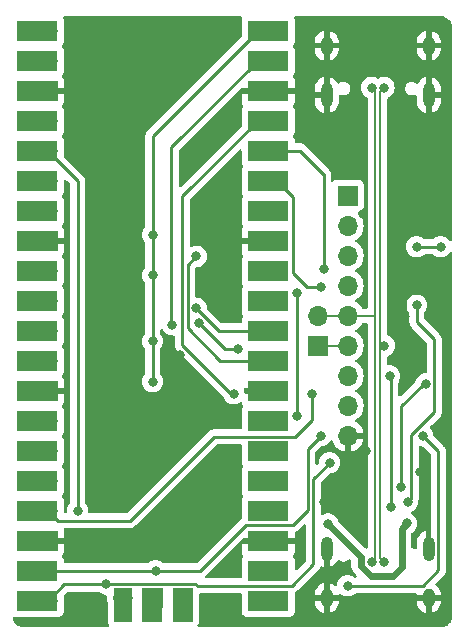
<source format=gbl>
G04 #@! TF.GenerationSoftware,KiCad,Pcbnew,8.0.2-8.0.2-0~ubuntu22.04.1*
G04 #@! TF.CreationDate,2024-05-30T19:53:11+02:00*
G04 #@! TF.ProjectId,tamarin-c,74616d61-7269-46e2-9d63-2e6b69636164,rev?*
G04 #@! TF.SameCoordinates,Original*
G04 #@! TF.FileFunction,Copper,L2,Bot*
G04 #@! TF.FilePolarity,Positive*
%FSLAX46Y46*%
G04 Gerber Fmt 4.6, Leading zero omitted, Abs format (unit mm)*
G04 Created by KiCad (PCBNEW 8.0.2-8.0.2-0~ubuntu22.04.1) date 2024-05-30 19:53:11*
%MOMM*%
%LPD*%
G01*
G04 APERTURE LIST*
G04 #@! TA.AperFunction,ComponentPad*
%ADD10O,1.000000X2.100000*%
G04 #@! TD*
G04 #@! TA.AperFunction,ComponentPad*
%ADD11O,1.000000X1.600000*%
G04 #@! TD*
G04 #@! TA.AperFunction,ComponentPad*
%ADD12R,1.700000X1.700000*%
G04 #@! TD*
G04 #@! TA.AperFunction,ComponentPad*
%ADD13O,1.700000X1.700000*%
G04 #@! TD*
G04 #@! TA.AperFunction,SMDPad,CuDef*
%ADD14R,3.500000X1.700000*%
G04 #@! TD*
G04 #@! TA.AperFunction,SMDPad,CuDef*
%ADD15R,1.690000X2.850000*%
G04 #@! TD*
G04 #@! TA.AperFunction,SMDPad,CuDef*
%ADD16R,1.750000X2.850000*%
G04 #@! TD*
G04 #@! TA.AperFunction,SMDPad,CuDef*
%ADD17R,1.610000X2.850000*%
G04 #@! TD*
G04 #@! TA.AperFunction,ViaPad*
%ADD18C,0.800000*%
G04 #@! TD*
G04 #@! TA.AperFunction,Conductor*
%ADD19C,0.250000*%
G04 #@! TD*
G04 #@! TA.AperFunction,Conductor*
%ADD20C,0.200000*%
G04 #@! TD*
G04 #@! TA.AperFunction,Conductor*
%ADD21C,0.600000*%
G04 #@! TD*
G04 APERTURE END LIST*
D10*
X150370000Y-57505000D03*
D11*
X150370000Y-53325000D03*
D10*
X141730000Y-57505000D03*
D11*
X141730000Y-53325000D03*
D12*
X143510000Y-66040000D03*
D13*
X143510000Y-68580000D03*
X143510000Y-71120000D03*
X143510000Y-73660000D03*
X143510000Y-76200000D03*
X143510000Y-78740000D03*
X143510000Y-81280000D03*
X143510000Y-83820000D03*
X143510000Y-86360000D03*
D12*
X140970000Y-78730000D03*
D13*
X140970000Y-76190000D03*
D10*
X141730000Y-95930000D03*
D11*
X141730000Y-100110000D03*
D10*
X150370000Y-95930000D03*
D11*
X150370000Y-100110000D03*
D13*
X135890000Y-52070000D03*
D14*
X136790000Y-52070000D03*
D13*
X135890000Y-54610000D03*
D14*
X136790000Y-54610000D03*
D12*
X135890000Y-57150000D03*
D14*
X136790000Y-57150000D03*
D13*
X135890000Y-59690000D03*
D14*
X136790000Y-59690000D03*
D13*
X135890000Y-62230000D03*
D14*
X136790000Y-62230000D03*
D13*
X135890000Y-64770000D03*
D14*
X136790000Y-64770000D03*
D13*
X135890000Y-67310000D03*
D14*
X136790000Y-67310000D03*
D12*
X135890000Y-69850000D03*
D14*
X136790000Y-69850000D03*
D13*
X135890000Y-72390000D03*
D14*
X136790000Y-72390000D03*
D13*
X135890000Y-74930000D03*
D14*
X136790000Y-74930000D03*
D13*
X135890000Y-77470000D03*
D14*
X136790000Y-77470000D03*
D13*
X135890000Y-80010000D03*
D14*
X136790000Y-80010000D03*
D12*
X135890000Y-82550000D03*
D14*
X136790000Y-82550000D03*
D13*
X135890000Y-85090000D03*
D14*
X136790000Y-85090000D03*
D13*
X135890000Y-87630000D03*
D14*
X136790000Y-87630000D03*
D13*
X135890000Y-90170000D03*
D14*
X136790000Y-90170000D03*
D13*
X135890000Y-92710000D03*
D14*
X136790000Y-92710000D03*
D12*
X135890000Y-95250000D03*
D14*
X136790000Y-95250000D03*
D13*
X135890000Y-97790000D03*
D14*
X136790000Y-97790000D03*
D13*
X135890000Y-100330000D03*
D14*
X136790000Y-100330000D03*
D13*
X118110000Y-100330000D03*
D14*
X117210000Y-100330000D03*
D13*
X118110000Y-97790000D03*
D14*
X117210000Y-97790000D03*
D12*
X118110000Y-95250000D03*
D14*
X117210000Y-95250000D03*
D13*
X118110000Y-92710000D03*
D14*
X117210000Y-92710000D03*
D13*
X118110000Y-90170000D03*
D14*
X117210000Y-90170000D03*
D13*
X118110000Y-87630000D03*
D14*
X117210000Y-87630000D03*
D13*
X118110000Y-85090000D03*
D14*
X117210000Y-85090000D03*
D12*
X118110000Y-82550000D03*
D14*
X117210000Y-82550000D03*
D13*
X118110000Y-80010000D03*
D14*
X117210000Y-80010000D03*
D13*
X118110000Y-77470000D03*
D14*
X117210000Y-77470000D03*
D13*
X118110000Y-74930000D03*
D14*
X117210000Y-74930000D03*
D13*
X118110000Y-72390000D03*
D14*
X117210000Y-72390000D03*
D12*
X118110000Y-69850000D03*
D14*
X117210000Y-69850000D03*
D13*
X118110000Y-67310000D03*
D14*
X117210000Y-67310000D03*
D13*
X118110000Y-64770000D03*
D14*
X117210000Y-64770000D03*
D13*
X118110000Y-62230000D03*
D14*
X117210000Y-62230000D03*
D13*
X118110000Y-59690000D03*
D14*
X117210000Y-59690000D03*
D12*
X118110000Y-57150000D03*
D14*
X117210000Y-57150000D03*
D13*
X118110000Y-54610000D03*
D14*
X117210000Y-54610000D03*
D13*
X118110000Y-52070000D03*
D14*
X117210000Y-52070000D03*
D13*
X129540000Y-100100000D03*
D15*
X129545000Y-100675000D03*
D12*
X127000000Y-100100000D03*
D16*
X126975000Y-100675000D03*
D13*
X124460000Y-100100000D03*
D17*
X124505000Y-100675000D03*
D18*
X148590000Y-91948000D03*
X149352000Y-75311000D03*
X122301000Y-51689000D03*
X130556000Y-67437000D03*
X151384000Y-67818000D03*
X144780000Y-101092000D03*
X147320000Y-68580000D03*
X149606000Y-89408000D03*
X122174000Y-100584000D03*
X132842000Y-97790000D03*
X148186899Y-76095101D03*
X128524000Y-87884000D03*
X129286000Y-82804000D03*
X132842000Y-100838000D03*
X145024500Y-87630000D03*
X147320000Y-71120000D03*
X151892000Y-59944000D03*
X144780000Y-69850000D03*
X147574000Y-54610000D03*
X129540000Y-94996000D03*
X120142000Y-55626000D03*
X149352000Y-73660000D03*
X144780000Y-67564000D03*
X141478000Y-91948000D03*
X129286000Y-79502000D03*
X147320000Y-73660000D03*
X139192000Y-74295000D03*
X139192000Y-84709000D03*
X145525000Y-97052652D03*
X145525000Y-56877809D03*
X146575000Y-56877809D03*
X146595500Y-78740000D03*
X146575000Y-97052652D03*
X149352000Y-70358000D03*
X148500000Y-93790000D03*
X141833600Y-93827600D03*
X151384000Y-70358000D03*
X147174422Y-92357775D03*
X147066000Y-81305400D03*
X143510000Y-99060000D03*
X149860000Y-86360000D03*
X120650000Y-92710000D03*
X140462000Y-82804000D03*
X123037600Y-98925000D03*
X141986000Y-88646000D03*
X127254000Y-97790000D03*
X141224000Y-86360000D03*
X150115218Y-81983679D03*
X148024500Y-90678000D03*
X141478000Y-72263000D03*
X141224000Y-73787000D03*
X127000000Y-78359000D03*
X127000000Y-81788000D03*
X127000000Y-69342000D03*
X127000000Y-72771000D03*
X130932701Y-76839299D03*
X134239000Y-78994000D03*
X128651000Y-76962000D03*
X133858000Y-82804000D03*
X130683000Y-75565000D03*
X130683000Y-71181000D03*
D19*
X149352000Y-76708000D02*
X149352000Y-75311000D01*
X150840218Y-78196218D02*
X149352000Y-76708000D01*
X148590000Y-91948000D02*
X148881000Y-91657000D01*
X150840218Y-84354477D02*
X150840218Y-78196218D01*
X148881000Y-86313695D02*
X150840218Y-84354477D01*
X148881000Y-91657000D02*
X148881000Y-86313695D01*
X150370000Y-90172000D02*
X149606000Y-89408000D01*
X148463000Y-78867000D02*
X148336000Y-78740000D01*
X150370000Y-95930000D02*
X150370000Y-90172000D01*
X148590000Y-73660000D02*
X149352000Y-73660000D01*
X148336000Y-78740000D02*
X149098000Y-77978000D01*
X148463000Y-79137502D02*
X148463000Y-78867000D01*
X149098000Y-77978000D02*
X148373000Y-77253000D01*
X148186899Y-76095101D02*
X148485101Y-76095101D01*
X148373000Y-77253000D02*
X148373000Y-73877000D01*
X148485101Y-76095101D02*
X148590000Y-76200000D01*
X148373000Y-73877000D02*
X148590000Y-73660000D01*
X139192000Y-84709000D02*
X139192000Y-80264000D01*
X139192000Y-80264000D02*
X139192000Y-74295000D01*
D20*
X143510000Y-76200000D02*
X140980000Y-76200000D01*
X143510000Y-76200000D02*
X145824999Y-76200000D01*
X145824999Y-76200000D02*
X145824999Y-57177808D01*
X145824999Y-96752653D02*
X145525000Y-97052652D01*
X145824999Y-57177808D02*
X145525000Y-56877809D01*
X145824999Y-78765400D02*
X145824999Y-76200000D01*
X140980000Y-76200000D02*
X140970000Y-76190000D01*
X145824999Y-78765400D02*
X145824999Y-96752653D01*
X146275001Y-96752653D02*
X146575000Y-97052652D01*
X146275001Y-57177808D02*
X146575000Y-56877809D01*
X143500000Y-78730000D02*
X143510000Y-78740000D01*
X146595500Y-78740000D02*
X146402001Y-78740000D01*
X146275001Y-76098400D02*
X146275001Y-96752653D01*
X140970000Y-78730000D02*
X143500000Y-78730000D01*
X146275001Y-76098400D02*
X146275001Y-57177808D01*
D19*
X149352000Y-70358000D02*
X151384000Y-70358000D01*
D21*
X148065000Y-97502200D02*
X148065000Y-94225000D01*
X141833600Y-93827600D02*
X144625000Y-96619000D01*
X147320903Y-98246297D02*
X148065000Y-97502200D01*
X144625000Y-97425445D02*
X144625000Y-96619000D01*
X145445852Y-98246297D02*
X144625000Y-97425445D01*
X148065000Y-94225000D02*
X148500000Y-93790000D01*
X147320903Y-98246297D02*
X145445852Y-98246297D01*
D19*
X147174422Y-81413822D02*
X147066000Y-81305400D01*
X147174422Y-92357775D02*
X147174422Y-81413822D01*
X149860000Y-99060000D02*
X143510000Y-99060000D01*
X151195000Y-97725000D02*
X149860000Y-99060000D01*
X120650000Y-92710000D02*
X120650000Y-64770000D01*
X120650000Y-64770000D02*
X118110000Y-62230000D01*
X149860000Y-86360000D02*
X151195000Y-87695000D01*
X151195000Y-87695000D02*
X151195000Y-97725000D01*
X140462000Y-85017000D02*
X139024000Y-86455000D01*
X139024000Y-86455000D02*
X132151100Y-86455000D01*
X118110000Y-92710000D02*
X118960000Y-93560000D01*
X125046100Y-93560000D02*
X132151100Y-86455000D01*
X140462000Y-82804000D02*
X140462000Y-85017000D01*
X118960000Y-93560000D02*
X125046100Y-93560000D01*
X123037600Y-98925000D02*
X119515000Y-98925000D01*
X138770000Y-99060000D02*
X130784600Y-99060000D01*
X130649600Y-98925000D02*
X123037600Y-98925000D01*
X140589000Y-90043000D02*
X140589000Y-97241000D01*
X141986000Y-88646000D02*
X140589000Y-90043000D01*
X119515000Y-98925000D02*
X118110000Y-100330000D01*
X130784600Y-99060000D02*
X130649600Y-98925000D01*
X140589000Y-97241000D02*
X138770000Y-99060000D01*
X131000000Y-97790000D02*
X134905000Y-93885000D01*
X140139000Y-87445000D02*
X141224000Y-86360000D01*
X138865000Y-93885000D02*
X140139000Y-92611000D01*
X127254000Y-97790000D02*
X131000000Y-97790000D01*
X126593600Y-97790000D02*
X127254000Y-97790000D01*
X126593600Y-97790000D02*
X118110000Y-97790000D01*
X140139000Y-92611000D02*
X140139000Y-87445000D01*
X134905000Y-93885000D02*
X138865000Y-93885000D01*
X149860000Y-82042000D02*
X150056897Y-82042000D01*
X148024500Y-83877500D02*
X149860000Y-82042000D01*
X148024500Y-90678000D02*
X148024500Y-83877500D01*
X150056897Y-82042000D02*
X150115218Y-81983679D01*
X141478000Y-64223400D02*
X141433800Y-64179200D01*
X141478000Y-72263000D02*
X141478000Y-64223400D01*
X141433800Y-64179200D02*
X139484600Y-62230000D01*
X139484600Y-62230000D02*
X135890000Y-62230000D01*
X137500000Y-64770000D02*
X135890000Y-64770000D01*
X140081000Y-73787000D02*
X138865000Y-72571000D01*
X138865000Y-66135000D02*
X137500000Y-64770000D01*
X138865000Y-72390000D02*
X138865000Y-66135000D01*
X138865000Y-72571000D02*
X138865000Y-72390000D01*
X141224000Y-73787000D02*
X140081000Y-73787000D01*
X127000000Y-69342000D02*
X127000000Y-72771000D01*
X133350000Y-54610000D02*
X127000000Y-60960000D01*
X133350000Y-54610000D02*
X135890000Y-52070000D01*
X127000000Y-81788000D02*
X127000000Y-78359000D01*
X127000000Y-60960000D02*
X127000000Y-69342000D01*
X127000000Y-72771000D02*
X127000000Y-78359000D01*
X135890000Y-54610000D02*
X128561000Y-61939000D01*
X133087402Y-78994000D02*
X134239000Y-78994000D01*
X130932701Y-76839299D02*
X133087402Y-78994000D01*
X128561000Y-61939000D02*
X128561000Y-76872000D01*
X128561000Y-76872000D02*
X128651000Y-76962000D01*
X129508000Y-78698695D02*
X129508000Y-66072000D01*
X129508000Y-66072000D02*
X135890000Y-59690000D01*
X133858000Y-82804000D02*
X133613305Y-82804000D01*
X133613305Y-82804000D02*
X129508000Y-78698695D01*
X132588000Y-77470000D02*
X135890000Y-77470000D01*
X130683000Y-75565000D02*
X132588000Y-77470000D01*
X130683000Y-71181000D02*
X129958000Y-71906000D01*
X135890000Y-80010000D02*
X132715000Y-80010000D01*
X129958000Y-77253000D02*
X132715000Y-80010000D01*
X129958000Y-71906000D02*
X129958000Y-77253000D01*
G04 #@! TA.AperFunction,Conductor*
G36*
X122400891Y-99570185D02*
G01*
X122426000Y-99591526D01*
X122431726Y-99597885D01*
X122431730Y-99597889D01*
X122584865Y-99709148D01*
X122584870Y-99709151D01*
X122757792Y-99786142D01*
X122757797Y-99786144D01*
X122942954Y-99825500D01*
X122942955Y-99825500D01*
X122993035Y-99825500D01*
X123060074Y-99845185D01*
X123105829Y-99897989D01*
X123116562Y-99960307D01*
X123109501Y-100041025D01*
X123104341Y-100099999D01*
X123104341Y-100100000D01*
X123124936Y-100335403D01*
X123124938Y-100335413D01*
X123186094Y-100563655D01*
X123186095Y-100563658D01*
X123186097Y-100563663D01*
X123187881Y-100567490D01*
X123199500Y-100619895D01*
X123199500Y-102147870D01*
X123199501Y-102147876D01*
X123205908Y-102207483D01*
X123256202Y-102342328D01*
X123256204Y-102342331D01*
X123277807Y-102371189D01*
X123302224Y-102436654D01*
X123287372Y-102504927D01*
X123237967Y-102554332D01*
X123178540Y-102569500D01*
X116083412Y-102569500D01*
X116072606Y-102569028D01*
X116048770Y-102566942D01*
X115920455Y-102555716D01*
X115899169Y-102551963D01*
X115756889Y-102513839D01*
X115736579Y-102506446D01*
X115603085Y-102444197D01*
X115584366Y-102433390D01*
X115463700Y-102348899D01*
X115447142Y-102335005D01*
X115342994Y-102230857D01*
X115329100Y-102214299D01*
X115244609Y-102093633D01*
X115233802Y-102074914D01*
X115171553Y-101941420D01*
X115164160Y-101921110D01*
X115131960Y-101800936D01*
X115133623Y-101731090D01*
X115172785Y-101673227D01*
X115237013Y-101645723D01*
X115295068Y-101652664D01*
X115352517Y-101674091D01*
X115352516Y-101674091D01*
X115359444Y-101674835D01*
X115412127Y-101680500D01*
X118045611Y-101680499D01*
X118056419Y-101680971D01*
X118109999Y-101685659D01*
X118110000Y-101685659D01*
X118110001Y-101685659D01*
X118163580Y-101680971D01*
X118174388Y-101680499D01*
X119007871Y-101680499D01*
X119007872Y-101680499D01*
X119067483Y-101674091D01*
X119202331Y-101623796D01*
X119317546Y-101537546D01*
X119403796Y-101422331D01*
X119454091Y-101287483D01*
X119460500Y-101227873D01*
X119460499Y-100394383D01*
X119460971Y-100383576D01*
X119465659Y-100330000D01*
X119465659Y-100329999D01*
X119460971Y-100276421D01*
X119460499Y-100265613D01*
X119460499Y-99915452D01*
X119480184Y-99848413D01*
X119496818Y-99827771D01*
X119737771Y-99586819D01*
X119799094Y-99553334D01*
X119825452Y-99550500D01*
X122333852Y-99550500D01*
X122400891Y-99570185D01*
G37*
G04 #@! TD.AperFunction*
G04 #@! TA.AperFunction,Conductor*
G36*
X151389394Y-50846971D02*
G01*
X151541546Y-50860283D01*
X151562823Y-50864034D01*
X151705111Y-50902160D01*
X151725420Y-50909553D01*
X151858914Y-50971802D01*
X151877633Y-50982609D01*
X151998299Y-51067100D01*
X152014857Y-51080994D01*
X152119005Y-51185142D01*
X152132899Y-51201700D01*
X152217390Y-51322366D01*
X152228197Y-51341085D01*
X152290446Y-51474579D01*
X152297839Y-51494889D01*
X152335963Y-51637169D01*
X152339716Y-51658455D01*
X152353028Y-51810604D01*
X152353500Y-51821412D01*
X152353500Y-69773448D01*
X152333815Y-69840487D01*
X152281011Y-69886242D01*
X152211853Y-69896186D01*
X152148297Y-69867161D01*
X152122113Y-69835449D01*
X152116533Y-69825784D01*
X151989871Y-69685112D01*
X151989870Y-69685111D01*
X151836734Y-69573851D01*
X151836729Y-69573848D01*
X151663807Y-69496857D01*
X151663802Y-69496855D01*
X151518001Y-69465865D01*
X151478646Y-69457500D01*
X151289354Y-69457500D01*
X151256897Y-69464398D01*
X151104197Y-69496855D01*
X151104192Y-69496857D01*
X150931270Y-69573848D01*
X150931265Y-69573851D01*
X150778130Y-69685110D01*
X150778126Y-69685114D01*
X150772400Y-69691474D01*
X150712913Y-69728121D01*
X150680252Y-69732500D01*
X150055748Y-69732500D01*
X149988709Y-69712815D01*
X149963600Y-69691474D01*
X149957873Y-69685114D01*
X149957869Y-69685110D01*
X149804734Y-69573851D01*
X149804729Y-69573848D01*
X149631807Y-69496857D01*
X149631802Y-69496855D01*
X149486001Y-69465865D01*
X149446646Y-69457500D01*
X149257354Y-69457500D01*
X149224897Y-69464398D01*
X149072197Y-69496855D01*
X149072192Y-69496857D01*
X148899270Y-69573848D01*
X148899265Y-69573851D01*
X148746129Y-69685111D01*
X148619466Y-69825785D01*
X148524821Y-69989715D01*
X148524818Y-69989722D01*
X148466327Y-70169740D01*
X148466326Y-70169744D01*
X148446540Y-70358000D01*
X148466326Y-70546256D01*
X148466327Y-70546259D01*
X148524818Y-70726277D01*
X148524821Y-70726284D01*
X148619467Y-70890216D01*
X148711784Y-70992744D01*
X148746129Y-71030888D01*
X148899265Y-71142148D01*
X148899270Y-71142151D01*
X149072192Y-71219142D01*
X149072197Y-71219144D01*
X149257354Y-71258500D01*
X149257355Y-71258500D01*
X149446644Y-71258500D01*
X149446646Y-71258500D01*
X149631803Y-71219144D01*
X149804730Y-71142151D01*
X149957871Y-71030888D01*
X149960788Y-71027647D01*
X149963600Y-71024526D01*
X150023087Y-70987879D01*
X150055748Y-70983500D01*
X150680252Y-70983500D01*
X150747291Y-71003185D01*
X150772400Y-71024526D01*
X150778126Y-71030885D01*
X150778130Y-71030889D01*
X150931265Y-71142148D01*
X150931270Y-71142151D01*
X151104192Y-71219142D01*
X151104197Y-71219144D01*
X151289354Y-71258500D01*
X151289355Y-71258500D01*
X151478644Y-71258500D01*
X151478646Y-71258500D01*
X151663803Y-71219144D01*
X151836730Y-71142151D01*
X151989871Y-71030888D01*
X152116533Y-70890216D01*
X152122112Y-70880553D01*
X152172678Y-70832337D01*
X152241284Y-70819112D01*
X152306150Y-70845079D01*
X152346679Y-70901992D01*
X152353500Y-70942551D01*
X152353500Y-101594587D01*
X152353028Y-101605395D01*
X152339716Y-101757544D01*
X152335963Y-101778830D01*
X152297839Y-101921110D01*
X152290446Y-101941420D01*
X152228197Y-102074914D01*
X152217390Y-102093633D01*
X152132899Y-102214299D01*
X152119005Y-102230857D01*
X152014857Y-102335005D01*
X151998299Y-102348899D01*
X151877633Y-102433390D01*
X151858914Y-102444197D01*
X151725420Y-102506446D01*
X151705110Y-102513839D01*
X151562830Y-102551963D01*
X151541544Y-102555716D01*
X151410148Y-102567212D01*
X151389393Y-102569028D01*
X151378588Y-102569500D01*
X130911460Y-102569500D01*
X130844421Y-102549815D01*
X130798666Y-102497011D01*
X130788722Y-102427853D01*
X130812193Y-102371189D01*
X130824624Y-102354583D01*
X130833796Y-102342331D01*
X130884091Y-102207483D01*
X130890500Y-102147873D01*
X130890499Y-100164386D01*
X130890971Y-100153579D01*
X130895659Y-100100000D01*
X130895659Y-100099999D01*
X130890971Y-100046419D01*
X130890499Y-100035611D01*
X130890499Y-99809500D01*
X130910184Y-99742461D01*
X130962988Y-99696706D01*
X131014499Y-99685500D01*
X134415500Y-99685500D01*
X134482539Y-99705185D01*
X134528294Y-99757989D01*
X134539500Y-99809500D01*
X134539500Y-100265616D01*
X134539028Y-100276423D01*
X134534341Y-100329997D01*
X134534341Y-100330002D01*
X134539028Y-100383576D01*
X134539500Y-100394383D01*
X134539500Y-101227870D01*
X134539501Y-101227876D01*
X134545908Y-101287483D01*
X134596202Y-101422328D01*
X134596206Y-101422335D01*
X134682452Y-101537544D01*
X134682455Y-101537547D01*
X134797664Y-101623793D01*
X134797671Y-101623797D01*
X134932517Y-101674091D01*
X134932516Y-101674091D01*
X134939444Y-101674835D01*
X134992127Y-101680500D01*
X135825616Y-101680499D01*
X135836425Y-101680971D01*
X135890000Y-101685659D01*
X135943575Y-101680971D01*
X135954384Y-101680499D01*
X138587871Y-101680499D01*
X138587872Y-101680499D01*
X138647483Y-101674091D01*
X138782331Y-101623796D01*
X138897546Y-101537546D01*
X138983796Y-101422331D01*
X139034091Y-101287483D01*
X139040500Y-101227873D01*
X139040499Y-99697819D01*
X139060184Y-99630781D01*
X139095600Y-99594723D01*
X139117509Y-99580084D01*
X139168733Y-99545858D01*
X139255858Y-99458733D01*
X139255858Y-99458731D01*
X139266066Y-99448524D01*
X139266067Y-99448521D01*
X141074857Y-97639734D01*
X141084112Y-97625883D01*
X141093238Y-97612227D01*
X141126161Y-97562953D01*
X141143311Y-97537286D01*
X141172902Y-97465846D01*
X141216740Y-97411448D01*
X141283034Y-97389382D01*
X141334914Y-97398742D01*
X141438310Y-97441570D01*
X141480000Y-97449862D01*
X141480000Y-96646988D01*
X141489940Y-96664205D01*
X141545795Y-96720060D01*
X141614204Y-96759556D01*
X141690504Y-96780000D01*
X141769496Y-96780000D01*
X141845796Y-96759556D01*
X141914205Y-96720060D01*
X141970060Y-96664205D01*
X141980000Y-96646988D01*
X141980000Y-97449862D01*
X142021690Y-97441569D01*
X142021692Y-97441569D01*
X142203671Y-97366192D01*
X142203684Y-97366185D01*
X142367462Y-97256751D01*
X142367466Y-97256748D01*
X142506748Y-97117466D01*
X142506751Y-97117462D01*
X142619574Y-96948613D01*
X142621007Y-96949570D01*
X142664198Y-96905580D01*
X142732332Y-96890103D01*
X142798018Y-96913919D01*
X142800089Y-96915697D01*
X142800189Y-96915568D01*
X142806630Y-96920510D01*
X142806635Y-96920515D01*
X142937865Y-96996281D01*
X143084234Y-97035500D01*
X143084236Y-97035500D01*
X143235764Y-97035500D01*
X143235766Y-97035500D01*
X143382135Y-96996281D01*
X143513365Y-96920515D01*
X143566220Y-96867660D01*
X143627543Y-96834175D01*
X143697235Y-96839159D01*
X143741582Y-96867660D01*
X143788181Y-96914259D01*
X143821666Y-96975582D01*
X143824500Y-97001940D01*
X143824500Y-97504291D01*
X143855261Y-97658934D01*
X143855264Y-97658946D01*
X143915602Y-97804617D01*
X143915609Y-97804630D01*
X144003210Y-97935733D01*
X144003213Y-97935737D01*
X144240425Y-98172948D01*
X144273910Y-98234271D01*
X144268926Y-98303962D01*
X144227055Y-98359896D01*
X144161590Y-98384313D01*
X144093317Y-98369461D01*
X144079859Y-98360947D01*
X143962734Y-98275851D01*
X143962729Y-98275848D01*
X143789807Y-98198857D01*
X143789802Y-98198855D01*
X143644001Y-98167865D01*
X143604646Y-98159500D01*
X143415354Y-98159500D01*
X143382897Y-98166398D01*
X143230197Y-98198855D01*
X143230192Y-98198857D01*
X143057270Y-98275848D01*
X143057265Y-98275851D01*
X142904129Y-98387111D01*
X142777466Y-98527785D01*
X142682821Y-98691715D01*
X142682818Y-98691722D01*
X142624327Y-98871740D01*
X142624326Y-98871744D01*
X142611711Y-98991775D01*
X142585126Y-99056389D01*
X142527829Y-99096374D01*
X142458010Y-99099034D01*
X142400709Y-99066494D01*
X142367466Y-99033251D01*
X142367462Y-99033248D01*
X142203684Y-98923814D01*
X142203671Y-98923807D01*
X142021691Y-98848429D01*
X142021683Y-98848427D01*
X141980000Y-98840135D01*
X141980000Y-99643011D01*
X141970060Y-99625795D01*
X141914205Y-99569940D01*
X141845796Y-99530444D01*
X141769496Y-99510000D01*
X141690504Y-99510000D01*
X141614204Y-99530444D01*
X141545795Y-99569940D01*
X141489940Y-99625795D01*
X141480000Y-99643011D01*
X141480000Y-98840136D01*
X141479999Y-98840135D01*
X141438316Y-98848427D01*
X141438308Y-98848429D01*
X141256328Y-98923807D01*
X141256315Y-98923814D01*
X141092537Y-99033248D01*
X141092533Y-99033251D01*
X140953251Y-99172533D01*
X140953248Y-99172537D01*
X140843814Y-99336315D01*
X140843807Y-99336328D01*
X140768430Y-99518306D01*
X140768427Y-99518318D01*
X140730000Y-99711504D01*
X140730000Y-99860000D01*
X141430000Y-99860000D01*
X141430000Y-100360000D01*
X140730000Y-100360000D01*
X140730000Y-100508495D01*
X140768427Y-100701681D01*
X140768430Y-100701693D01*
X140843807Y-100883671D01*
X140843814Y-100883684D01*
X140953248Y-101047462D01*
X140953251Y-101047466D01*
X141092533Y-101186748D01*
X141092537Y-101186751D01*
X141256315Y-101296185D01*
X141256328Y-101296192D01*
X141438308Y-101371569D01*
X141480000Y-101379862D01*
X141480000Y-100576988D01*
X141489940Y-100594205D01*
X141545795Y-100650060D01*
X141614204Y-100689556D01*
X141690504Y-100710000D01*
X141769496Y-100710000D01*
X141845796Y-100689556D01*
X141914205Y-100650060D01*
X141970060Y-100594205D01*
X141980000Y-100576988D01*
X141980000Y-101379862D01*
X142021690Y-101371569D01*
X142021692Y-101371569D01*
X142203671Y-101296192D01*
X142203684Y-101296185D01*
X142367462Y-101186751D01*
X142367466Y-101186748D01*
X142506748Y-101047466D01*
X142506751Y-101047462D01*
X142616185Y-100883684D01*
X142616192Y-100883671D01*
X142691569Y-100701693D01*
X142691572Y-100701681D01*
X142729999Y-100508495D01*
X142730000Y-100508492D01*
X142730000Y-100360000D01*
X142030000Y-100360000D01*
X142030000Y-99860000D01*
X142730000Y-99860000D01*
X142730000Y-99849739D01*
X142749685Y-99782700D01*
X142802489Y-99736945D01*
X142871647Y-99727001D01*
X142926883Y-99749419D01*
X142978406Y-99786853D01*
X143057270Y-99844151D01*
X143230192Y-99921142D01*
X143230197Y-99921144D01*
X143415354Y-99960500D01*
X143415355Y-99960500D01*
X143604644Y-99960500D01*
X143604646Y-99960500D01*
X143789803Y-99921144D01*
X143962730Y-99844151D01*
X144115871Y-99732888D01*
X144121172Y-99727001D01*
X144121600Y-99726526D01*
X144181087Y-99689879D01*
X144213748Y-99685500D01*
X149246000Y-99685500D01*
X149313039Y-99705185D01*
X149358794Y-99757989D01*
X149370000Y-99809500D01*
X149370000Y-99860000D01*
X150070000Y-99860000D01*
X150070000Y-100360000D01*
X149370000Y-100360000D01*
X149370000Y-100508495D01*
X149408427Y-100701681D01*
X149408430Y-100701693D01*
X149483807Y-100883671D01*
X149483814Y-100883684D01*
X149593248Y-101047462D01*
X149593251Y-101047466D01*
X149732533Y-101186748D01*
X149732537Y-101186751D01*
X149896315Y-101296185D01*
X149896328Y-101296192D01*
X150078308Y-101371569D01*
X150120000Y-101379862D01*
X150120000Y-100576988D01*
X150129940Y-100594205D01*
X150185795Y-100650060D01*
X150254204Y-100689556D01*
X150330504Y-100710000D01*
X150409496Y-100710000D01*
X150485796Y-100689556D01*
X150554205Y-100650060D01*
X150610060Y-100594205D01*
X150620000Y-100576988D01*
X150620000Y-101379862D01*
X150661690Y-101371569D01*
X150661692Y-101371569D01*
X150843671Y-101296192D01*
X150843684Y-101296185D01*
X151007462Y-101186751D01*
X151007466Y-101186748D01*
X151146748Y-101047466D01*
X151146751Y-101047462D01*
X151256185Y-100883684D01*
X151256192Y-100883671D01*
X151331569Y-100701693D01*
X151331572Y-100701681D01*
X151369999Y-100508495D01*
X151370000Y-100508492D01*
X151370000Y-100360000D01*
X150670000Y-100360000D01*
X150670000Y-99860000D01*
X151370000Y-99860000D01*
X151370000Y-99711508D01*
X151369999Y-99711504D01*
X151331572Y-99518318D01*
X151331569Y-99518306D01*
X151256192Y-99336328D01*
X151256185Y-99336315D01*
X151146751Y-99172537D01*
X151146748Y-99172533D01*
X151007463Y-99033248D01*
X150991547Y-99022614D01*
X150946742Y-98969002D01*
X150938035Y-98899677D01*
X150968189Y-98836650D01*
X150972738Y-98831850D01*
X151593729Y-98210860D01*
X151593733Y-98210858D01*
X151680858Y-98123733D01*
X151720867Y-98063856D01*
X151749312Y-98021286D01*
X151796463Y-97907451D01*
X151800029Y-97889526D01*
X151820500Y-97786606D01*
X151820500Y-87633394D01*
X151796463Y-87512548D01*
X151782652Y-87479207D01*
X151749312Y-87398714D01*
X151706904Y-87335248D01*
X151680858Y-87296267D01*
X151680856Y-87296264D01*
X151590637Y-87206045D01*
X151590606Y-87206016D01*
X150798960Y-86414370D01*
X150765475Y-86353047D01*
X150763323Y-86339671D01*
X150745674Y-86171744D01*
X150687179Y-85991716D01*
X150592533Y-85827784D01*
X150509689Y-85735777D01*
X150479460Y-85672787D01*
X150488085Y-85603452D01*
X150514159Y-85565125D01*
X150663552Y-85415733D01*
X151326076Y-84753210D01*
X151394530Y-84650762D01*
X151441681Y-84536928D01*
X151465719Y-84416083D01*
X151465719Y-84292870D01*
X151465719Y-84287760D01*
X151465718Y-84287734D01*
X151465718Y-78134611D01*
X151465717Y-78134607D01*
X151452292Y-78067112D01*
X151441681Y-78013766D01*
X151416453Y-77952861D01*
X151394530Y-77899932D01*
X151356734Y-77843368D01*
X151326076Y-77797485D01*
X151326074Y-77797482D01*
X151235855Y-77707263D01*
X151235824Y-77707234D01*
X150013819Y-76485229D01*
X149980334Y-76423906D01*
X149977500Y-76397548D01*
X149977500Y-76009687D01*
X149997185Y-75942648D01*
X150009350Y-75926715D01*
X150044675Y-75887482D01*
X150084533Y-75843216D01*
X150179179Y-75679284D01*
X150237674Y-75499256D01*
X150257460Y-75311000D01*
X150237674Y-75122744D01*
X150179179Y-74942716D01*
X150084533Y-74778784D01*
X149957871Y-74638112D01*
X149957870Y-74638111D01*
X149804734Y-74526851D01*
X149804729Y-74526848D01*
X149631807Y-74449857D01*
X149631802Y-74449855D01*
X149486001Y-74418865D01*
X149446646Y-74410500D01*
X149257354Y-74410500D01*
X149224897Y-74417398D01*
X149072197Y-74449855D01*
X149072192Y-74449857D01*
X148899270Y-74526848D01*
X148899265Y-74526851D01*
X148746129Y-74638111D01*
X148619466Y-74778785D01*
X148524821Y-74942715D01*
X148524818Y-74942722D01*
X148466327Y-75122740D01*
X148466326Y-75122744D01*
X148446540Y-75311000D01*
X148466326Y-75499256D01*
X148466327Y-75499259D01*
X148524818Y-75679277D01*
X148524821Y-75679284D01*
X148619467Y-75843216D01*
X148659325Y-75887482D01*
X148694650Y-75926715D01*
X148724880Y-75989706D01*
X148726500Y-76009687D01*
X148726500Y-76769606D01*
X148748626Y-76880842D01*
X148750538Y-76890455D01*
X148750539Y-76890460D01*
X148760989Y-76915686D01*
X148760990Y-76915689D01*
X148797685Y-77004280D01*
X148797690Y-77004289D01*
X148831207Y-77054449D01*
X148831208Y-77054451D01*
X148866141Y-77106732D01*
X148866144Y-77106736D01*
X148957586Y-77198178D01*
X148957608Y-77198198D01*
X150178399Y-78418989D01*
X150211884Y-78480312D01*
X150214718Y-78506670D01*
X150214718Y-80959179D01*
X150195033Y-81026218D01*
X150142229Y-81071973D01*
X150090718Y-81083179D01*
X150020572Y-81083179D01*
X149991718Y-81089312D01*
X149835415Y-81122534D01*
X149835410Y-81122536D01*
X149662488Y-81199527D01*
X149662483Y-81199530D01*
X149509347Y-81310790D01*
X149382684Y-81451464D01*
X149288039Y-81615394D01*
X149288037Y-81615398D01*
X149242379Y-81755917D01*
X149212129Y-81805279D01*
X148011603Y-83005806D01*
X147950280Y-83039291D01*
X147880588Y-83034307D01*
X147824655Y-82992435D01*
X147800238Y-82926971D01*
X147799922Y-82918125D01*
X147799922Y-81868435D01*
X147816535Y-81806435D01*
X147893179Y-81673684D01*
X147951674Y-81493656D01*
X147971460Y-81305400D01*
X147951674Y-81117144D01*
X147893179Y-80937116D01*
X147798533Y-80773184D01*
X147671871Y-80632512D01*
X147659441Y-80623481D01*
X147518734Y-80521251D01*
X147518729Y-80521248D01*
X147345807Y-80444257D01*
X147345802Y-80444255D01*
X147200001Y-80413265D01*
X147160646Y-80404900D01*
X146999501Y-80404900D01*
X146932462Y-80385215D01*
X146886707Y-80332411D01*
X146875501Y-80280900D01*
X146875501Y-79681581D01*
X146895186Y-79614542D01*
X146947990Y-79568787D01*
X146948955Y-79568350D01*
X147048230Y-79524151D01*
X147201371Y-79412888D01*
X147328033Y-79272216D01*
X147422679Y-79108284D01*
X147481174Y-78928256D01*
X147500960Y-78740000D01*
X147481174Y-78551744D01*
X147422679Y-78371716D01*
X147328033Y-78207784D01*
X147201371Y-78067112D01*
X147201370Y-78067111D01*
X147048234Y-77955851D01*
X147048229Y-77955848D01*
X146949065Y-77911697D01*
X146895828Y-77866447D01*
X146875507Y-77799597D01*
X146875501Y-77798418D01*
X146875501Y-57810263D01*
X146895186Y-57743224D01*
X146947990Y-57697469D01*
X146948910Y-57697052D01*
X147027730Y-57661960D01*
X147180871Y-57550697D01*
X147307533Y-57410025D01*
X147402179Y-57246093D01*
X147460674Y-57066065D01*
X147478208Y-56899234D01*
X148364500Y-56899234D01*
X148364500Y-57050766D01*
X148368600Y-57066068D01*
X148403719Y-57197136D01*
X148441602Y-57262750D01*
X148479485Y-57328365D01*
X148586635Y-57435515D01*
X148717865Y-57511281D01*
X148864234Y-57550500D01*
X148864236Y-57550500D01*
X149015764Y-57550500D01*
X149015766Y-57550500D01*
X149162135Y-57511281D01*
X149183999Y-57498657D01*
X149251897Y-57482184D01*
X149317925Y-57505035D01*
X149361117Y-57559955D01*
X149370000Y-57606044D01*
X149370000Y-58153495D01*
X149408427Y-58346681D01*
X149408430Y-58346693D01*
X149483807Y-58528671D01*
X149483814Y-58528684D01*
X149593248Y-58692462D01*
X149593251Y-58692466D01*
X149732533Y-58831748D01*
X149732537Y-58831751D01*
X149896315Y-58941185D01*
X149896328Y-58941192D01*
X150078308Y-59016569D01*
X150120000Y-59024862D01*
X150120000Y-58221988D01*
X150129940Y-58239205D01*
X150185795Y-58295060D01*
X150254204Y-58334556D01*
X150330504Y-58355000D01*
X150409496Y-58355000D01*
X150485796Y-58334556D01*
X150554205Y-58295060D01*
X150610060Y-58239205D01*
X150620000Y-58221988D01*
X150620000Y-59024862D01*
X150661690Y-59016569D01*
X150661692Y-59016569D01*
X150843671Y-58941192D01*
X150843684Y-58941185D01*
X151007462Y-58831751D01*
X151007466Y-58831748D01*
X151146748Y-58692466D01*
X151146751Y-58692462D01*
X151256185Y-58528684D01*
X151256192Y-58528671D01*
X151331569Y-58346693D01*
X151331572Y-58346681D01*
X151369999Y-58153495D01*
X151370000Y-58153492D01*
X151370000Y-57755000D01*
X150670000Y-57755000D01*
X150670000Y-57255000D01*
X151370000Y-57255000D01*
X151370000Y-56856508D01*
X151369999Y-56856504D01*
X151331572Y-56663318D01*
X151331569Y-56663306D01*
X151256192Y-56481328D01*
X151256185Y-56481315D01*
X151146751Y-56317537D01*
X151146748Y-56317533D01*
X151007466Y-56178251D01*
X151007462Y-56178248D01*
X150843684Y-56068814D01*
X150843671Y-56068807D01*
X150661691Y-55993429D01*
X150661683Y-55993427D01*
X150620000Y-55985135D01*
X150620000Y-56788011D01*
X150610060Y-56770795D01*
X150554205Y-56714940D01*
X150485796Y-56675444D01*
X150409496Y-56655000D01*
X150330504Y-56655000D01*
X150254204Y-56675444D01*
X150185795Y-56714940D01*
X150129940Y-56770795D01*
X150120000Y-56788011D01*
X150120000Y-55985136D01*
X150119999Y-55985135D01*
X150078316Y-55993427D01*
X150078308Y-55993429D01*
X149896328Y-56068807D01*
X149896315Y-56068814D01*
X149732537Y-56178248D01*
X149732533Y-56178251D01*
X149593248Y-56317536D01*
X149480427Y-56486387D01*
X149479003Y-56485435D01*
X149435742Y-56529451D01*
X149367600Y-56544892D01*
X149301927Y-56521041D01*
X149299907Y-56519306D01*
X149299811Y-56519432D01*
X149293367Y-56514487D01*
X149293365Y-56514485D01*
X149227750Y-56476602D01*
X149162136Y-56438719D01*
X149088950Y-56419109D01*
X149015766Y-56399500D01*
X148864234Y-56399500D01*
X148717863Y-56438719D01*
X148586635Y-56514485D01*
X148586632Y-56514487D01*
X148479487Y-56621632D01*
X148479485Y-56621635D01*
X148403719Y-56752863D01*
X148381215Y-56836853D01*
X148364500Y-56899234D01*
X147478208Y-56899234D01*
X147480460Y-56877809D01*
X147460674Y-56689553D01*
X147402179Y-56509525D01*
X147307533Y-56345593D01*
X147180871Y-56204921D01*
X147163950Y-56192627D01*
X147027734Y-56093660D01*
X147027729Y-56093657D01*
X146854807Y-56016666D01*
X146854802Y-56016664D01*
X146706465Y-55985135D01*
X146669646Y-55977309D01*
X146480354Y-55977309D01*
X146447897Y-55984207D01*
X146295197Y-56016664D01*
X146295192Y-56016666D01*
X146122270Y-56093657D01*
X146116637Y-56096910D01*
X146115934Y-56095692D01*
X146057068Y-56116690D01*
X145989016Y-56100859D01*
X145978526Y-56094117D01*
X145977729Y-56093657D01*
X145804807Y-56016666D01*
X145804802Y-56016664D01*
X145656465Y-55985135D01*
X145619646Y-55977309D01*
X145430354Y-55977309D01*
X145397897Y-55984207D01*
X145245197Y-56016664D01*
X145245192Y-56016666D01*
X145072270Y-56093657D01*
X145072265Y-56093660D01*
X144919129Y-56204920D01*
X144792466Y-56345594D01*
X144697821Y-56509524D01*
X144697818Y-56509531D01*
X144650553Y-56655000D01*
X144639326Y-56689553D01*
X144619540Y-56877809D01*
X144639326Y-57066065D01*
X144639327Y-57066068D01*
X144697818Y-57246086D01*
X144697821Y-57246093D01*
X144792467Y-57410025D01*
X144919129Y-57550697D01*
X145072270Y-57661960D01*
X145150937Y-57696985D01*
X145204172Y-57742234D01*
X145224493Y-57809083D01*
X145224499Y-57810263D01*
X145224499Y-75475500D01*
X145204814Y-75542539D01*
X145152010Y-75588294D01*
X145100499Y-75599500D01*
X144799091Y-75599500D01*
X144732052Y-75579815D01*
X144686711Y-75527909D01*
X144684037Y-75522175D01*
X144684034Y-75522170D01*
X144548494Y-75328597D01*
X144381402Y-75161506D01*
X144381396Y-75161501D01*
X144195842Y-75031575D01*
X144152217Y-74976998D01*
X144145023Y-74907500D01*
X144176546Y-74845145D01*
X144195842Y-74828425D01*
X144222934Y-74809455D01*
X144381401Y-74698495D01*
X144548495Y-74531401D01*
X144684035Y-74337830D01*
X144783903Y-74123663D01*
X144845063Y-73895408D01*
X144865659Y-73660000D01*
X144845063Y-73424592D01*
X144783903Y-73196337D01*
X144684035Y-72982171D01*
X144669949Y-72962053D01*
X144548494Y-72788597D01*
X144381402Y-72621506D01*
X144381396Y-72621501D01*
X144195842Y-72491575D01*
X144152217Y-72436998D01*
X144145023Y-72367500D01*
X144176546Y-72305145D01*
X144195842Y-72288425D01*
X144230856Y-72263908D01*
X144381401Y-72158495D01*
X144548495Y-71991401D01*
X144684035Y-71797830D01*
X144783903Y-71583663D01*
X144845063Y-71355408D01*
X144865659Y-71120000D01*
X144864848Y-71110736D01*
X144857863Y-71030889D01*
X144845063Y-70884592D01*
X144783903Y-70656337D01*
X144684035Y-70442171D01*
X144670323Y-70422587D01*
X144548494Y-70248597D01*
X144381402Y-70081506D01*
X144381396Y-70081501D01*
X144195842Y-69951575D01*
X144152217Y-69896998D01*
X144145023Y-69827500D01*
X144176546Y-69765145D01*
X144195842Y-69748425D01*
X144286262Y-69685112D01*
X144381401Y-69618495D01*
X144548495Y-69451401D01*
X144684035Y-69257830D01*
X144783903Y-69043663D01*
X144845063Y-68815408D01*
X144865659Y-68580000D01*
X144845063Y-68344592D01*
X144783903Y-68116337D01*
X144684035Y-67902171D01*
X144670322Y-67882587D01*
X144548496Y-67708600D01*
X144548495Y-67708599D01*
X144426567Y-67586671D01*
X144393084Y-67525351D01*
X144398068Y-67455659D01*
X144439939Y-67399725D01*
X144470915Y-67382810D01*
X144602331Y-67333796D01*
X144717546Y-67247546D01*
X144803796Y-67132331D01*
X144854091Y-66997483D01*
X144860500Y-66937873D01*
X144860499Y-65142128D01*
X144854091Y-65082517D01*
X144803796Y-64947669D01*
X144803795Y-64947668D01*
X144803793Y-64947664D01*
X144717547Y-64832455D01*
X144717544Y-64832452D01*
X144602335Y-64746206D01*
X144602328Y-64746202D01*
X144467482Y-64695908D01*
X144467483Y-64695908D01*
X144407883Y-64689501D01*
X144407881Y-64689500D01*
X144407873Y-64689500D01*
X144407864Y-64689500D01*
X142612129Y-64689500D01*
X142612123Y-64689501D01*
X142552516Y-64695908D01*
X142417671Y-64746202D01*
X142417664Y-64746206D01*
X142301811Y-64832935D01*
X142236347Y-64857353D01*
X142168074Y-64842502D01*
X142118668Y-64793097D01*
X142103500Y-64733669D01*
X142103500Y-64161793D01*
X142103499Y-64161789D01*
X142079464Y-64040955D01*
X142079463Y-64040948D01*
X142032311Y-63927114D01*
X142032310Y-63927113D01*
X142032307Y-63927107D01*
X141963858Y-63824667D01*
X141963855Y-63824663D01*
X141873637Y-63734445D01*
X141873606Y-63734416D01*
X139974798Y-61835608D01*
X139974778Y-61835586D01*
X139883333Y-61744141D01*
X139832109Y-61709915D01*
X139780886Y-61675688D01*
X139780882Y-61675686D01*
X139780880Y-61675685D01*
X139700392Y-61642347D01*
X139667053Y-61628537D01*
X139657027Y-61626543D01*
X139606629Y-61616518D01*
X139546210Y-61604500D01*
X139546207Y-61604500D01*
X139546206Y-61604500D01*
X139164499Y-61604500D01*
X139097460Y-61584815D01*
X139051705Y-61532011D01*
X139040499Y-61480500D01*
X139040499Y-61332129D01*
X139040498Y-61332123D01*
X139034091Y-61272516D01*
X138983797Y-61137671D01*
X138983795Y-61137668D01*
X138906421Y-61034309D01*
X138882004Y-60968848D01*
X138896855Y-60900575D01*
X138906416Y-60885696D01*
X138983796Y-60782331D01*
X139034091Y-60647483D01*
X139040500Y-60587873D01*
X139040499Y-58792128D01*
X139034091Y-58732517D01*
X139019151Y-58692462D01*
X138983797Y-58597671D01*
X138983795Y-58597668D01*
X138906109Y-58493893D01*
X138881692Y-58428430D01*
X138896543Y-58360157D01*
X138906110Y-58345271D01*
X138983352Y-58242089D01*
X138983354Y-58242086D01*
X139033596Y-58107379D01*
X139033598Y-58107372D01*
X139039999Y-58047844D01*
X139040000Y-58047827D01*
X139040000Y-57400000D01*
X136334560Y-57400000D01*
X136365245Y-57346853D01*
X136400000Y-57217143D01*
X136400000Y-57082857D01*
X136365245Y-56953147D01*
X136334560Y-56900000D01*
X139040000Y-56900000D01*
X139040000Y-56856504D01*
X140730000Y-56856504D01*
X140730000Y-57255000D01*
X141430000Y-57255000D01*
X141430000Y-57755000D01*
X140730000Y-57755000D01*
X140730000Y-58153495D01*
X140768427Y-58346681D01*
X140768430Y-58346693D01*
X140843807Y-58528671D01*
X140843814Y-58528684D01*
X140953248Y-58692462D01*
X140953251Y-58692466D01*
X141092533Y-58831748D01*
X141092537Y-58831751D01*
X141256315Y-58941185D01*
X141256328Y-58941192D01*
X141438308Y-59016569D01*
X141480000Y-59024862D01*
X141480000Y-58221988D01*
X141489940Y-58239205D01*
X141545795Y-58295060D01*
X141614204Y-58334556D01*
X141690504Y-58355000D01*
X141769496Y-58355000D01*
X141845796Y-58334556D01*
X141914205Y-58295060D01*
X141970060Y-58239205D01*
X141980000Y-58221988D01*
X141980000Y-59024862D01*
X142021690Y-59016569D01*
X142021692Y-59016569D01*
X142203671Y-58941192D01*
X142203684Y-58941185D01*
X142367462Y-58831751D01*
X142367466Y-58831748D01*
X142506748Y-58692466D01*
X142506751Y-58692462D01*
X142616185Y-58528684D01*
X142616192Y-58528671D01*
X142691569Y-58346693D01*
X142691572Y-58346681D01*
X142729999Y-58153495D01*
X142730000Y-58153492D01*
X142730000Y-57606044D01*
X142749685Y-57539005D01*
X142802489Y-57493250D01*
X142871647Y-57483306D01*
X142916000Y-57498657D01*
X142937865Y-57511281D01*
X143084234Y-57550500D01*
X143084236Y-57550500D01*
X143235764Y-57550500D01*
X143235766Y-57550500D01*
X143382135Y-57511281D01*
X143513365Y-57435515D01*
X143620515Y-57328365D01*
X143696281Y-57197135D01*
X143735500Y-57050766D01*
X143735500Y-56899234D01*
X143696281Y-56752865D01*
X143620515Y-56621635D01*
X143513365Y-56514485D01*
X143447750Y-56476602D01*
X143382136Y-56438719D01*
X143308950Y-56419109D01*
X143235766Y-56399500D01*
X143084234Y-56399500D01*
X142937863Y-56438719D01*
X142806635Y-56514485D01*
X142800189Y-56519432D01*
X142798099Y-56516709D01*
X142750217Y-56542466D01*
X142680558Y-56537043D01*
X142624888Y-56494821D01*
X142619299Y-56485976D01*
X142506751Y-56317537D01*
X142506748Y-56317533D01*
X142367466Y-56178251D01*
X142367462Y-56178248D01*
X142203684Y-56068814D01*
X142203671Y-56068807D01*
X142021691Y-55993429D01*
X142021683Y-55993427D01*
X141980000Y-55985135D01*
X141980000Y-56788011D01*
X141970060Y-56770795D01*
X141914205Y-56714940D01*
X141845796Y-56675444D01*
X141769496Y-56655000D01*
X141690504Y-56655000D01*
X141614204Y-56675444D01*
X141545795Y-56714940D01*
X141489940Y-56770795D01*
X141480000Y-56788011D01*
X141480000Y-55985136D01*
X141479999Y-55985135D01*
X141438316Y-55993427D01*
X141438308Y-55993429D01*
X141256328Y-56068807D01*
X141256315Y-56068814D01*
X141092537Y-56178248D01*
X141092533Y-56178251D01*
X140953251Y-56317533D01*
X140953248Y-56317537D01*
X140843814Y-56481315D01*
X140843807Y-56481328D01*
X140768430Y-56663306D01*
X140768427Y-56663318D01*
X140730000Y-56856504D01*
X139040000Y-56856504D01*
X139040000Y-56252172D01*
X139039999Y-56252155D01*
X139033598Y-56192627D01*
X139033596Y-56192620D01*
X138983354Y-56057913D01*
X138983352Y-56057910D01*
X138906110Y-55954729D01*
X138881692Y-55889265D01*
X138896543Y-55820992D01*
X138906105Y-55806111D01*
X138983796Y-55702331D01*
X139034091Y-55567483D01*
X139040500Y-55507873D01*
X139040499Y-53712128D01*
X139034091Y-53652517D01*
X138983796Y-53517669D01*
X138906421Y-53414309D01*
X138882004Y-53348848D01*
X138896855Y-53280575D01*
X138906416Y-53265696D01*
X138983796Y-53162331D01*
X139034091Y-53027483D01*
X139040500Y-52967873D01*
X139040500Y-52926504D01*
X140730000Y-52926504D01*
X140730000Y-53075000D01*
X141430000Y-53075000D01*
X141430000Y-53575000D01*
X140730000Y-53575000D01*
X140730000Y-53723495D01*
X140768427Y-53916681D01*
X140768430Y-53916693D01*
X140843807Y-54098671D01*
X140843814Y-54098684D01*
X140953248Y-54262462D01*
X140953251Y-54262466D01*
X141092533Y-54401748D01*
X141092537Y-54401751D01*
X141256315Y-54511185D01*
X141256328Y-54511192D01*
X141438308Y-54586569D01*
X141480000Y-54594862D01*
X141480000Y-53791988D01*
X141489940Y-53809205D01*
X141545795Y-53865060D01*
X141614204Y-53904556D01*
X141690504Y-53925000D01*
X141769496Y-53925000D01*
X141845796Y-53904556D01*
X141914205Y-53865060D01*
X141970060Y-53809205D01*
X141980000Y-53791988D01*
X141980000Y-54594862D01*
X142021690Y-54586569D01*
X142021692Y-54586569D01*
X142203671Y-54511192D01*
X142203684Y-54511185D01*
X142367462Y-54401751D01*
X142367466Y-54401748D01*
X142506748Y-54262466D01*
X142506751Y-54262462D01*
X142616185Y-54098684D01*
X142616192Y-54098671D01*
X142691569Y-53916693D01*
X142691572Y-53916681D01*
X142729999Y-53723495D01*
X142730000Y-53723492D01*
X142730000Y-53575000D01*
X142030000Y-53575000D01*
X142030000Y-53075000D01*
X142730000Y-53075000D01*
X142730000Y-52926508D01*
X142729999Y-52926504D01*
X149370000Y-52926504D01*
X149370000Y-53075000D01*
X150070000Y-53075000D01*
X150070000Y-53575000D01*
X149370000Y-53575000D01*
X149370000Y-53723495D01*
X149408427Y-53916681D01*
X149408430Y-53916693D01*
X149483807Y-54098671D01*
X149483814Y-54098684D01*
X149593248Y-54262462D01*
X149593251Y-54262466D01*
X149732533Y-54401748D01*
X149732537Y-54401751D01*
X149896315Y-54511185D01*
X149896328Y-54511192D01*
X150078308Y-54586569D01*
X150120000Y-54594862D01*
X150120000Y-53791988D01*
X150129940Y-53809205D01*
X150185795Y-53865060D01*
X150254204Y-53904556D01*
X150330504Y-53925000D01*
X150409496Y-53925000D01*
X150485796Y-53904556D01*
X150554205Y-53865060D01*
X150610060Y-53809205D01*
X150620000Y-53791988D01*
X150620000Y-54594862D01*
X150661690Y-54586569D01*
X150661692Y-54586569D01*
X150843671Y-54511192D01*
X150843684Y-54511185D01*
X151007462Y-54401751D01*
X151007466Y-54401748D01*
X151146748Y-54262466D01*
X151146751Y-54262462D01*
X151256185Y-54098684D01*
X151256192Y-54098671D01*
X151331569Y-53916693D01*
X151331572Y-53916681D01*
X151369999Y-53723495D01*
X151370000Y-53723492D01*
X151370000Y-53575000D01*
X150670000Y-53575000D01*
X150670000Y-53075000D01*
X151370000Y-53075000D01*
X151370000Y-52926508D01*
X151369999Y-52926504D01*
X151331572Y-52733318D01*
X151331569Y-52733306D01*
X151256192Y-52551328D01*
X151256185Y-52551315D01*
X151146751Y-52387537D01*
X151146748Y-52387533D01*
X151007466Y-52248251D01*
X151007462Y-52248248D01*
X150843684Y-52138814D01*
X150843671Y-52138807D01*
X150661691Y-52063429D01*
X150661683Y-52063427D01*
X150620000Y-52055135D01*
X150620000Y-52858011D01*
X150610060Y-52840795D01*
X150554205Y-52784940D01*
X150485796Y-52745444D01*
X150409496Y-52725000D01*
X150330504Y-52725000D01*
X150254204Y-52745444D01*
X150185795Y-52784940D01*
X150129940Y-52840795D01*
X150120000Y-52858011D01*
X150120000Y-52055136D01*
X150119999Y-52055135D01*
X150078316Y-52063427D01*
X150078308Y-52063429D01*
X149896328Y-52138807D01*
X149896315Y-52138814D01*
X149732537Y-52248248D01*
X149732533Y-52248251D01*
X149593251Y-52387533D01*
X149593248Y-52387537D01*
X149483814Y-52551315D01*
X149483807Y-52551328D01*
X149408430Y-52733306D01*
X149408427Y-52733318D01*
X149370000Y-52926504D01*
X142729999Y-52926504D01*
X142691572Y-52733318D01*
X142691569Y-52733306D01*
X142616192Y-52551328D01*
X142616185Y-52551315D01*
X142506751Y-52387537D01*
X142506748Y-52387533D01*
X142367466Y-52248251D01*
X142367462Y-52248248D01*
X142203684Y-52138814D01*
X142203671Y-52138807D01*
X142021691Y-52063429D01*
X142021683Y-52063427D01*
X141980000Y-52055135D01*
X141980000Y-52858011D01*
X141970060Y-52840795D01*
X141914205Y-52784940D01*
X141845796Y-52745444D01*
X141769496Y-52725000D01*
X141690504Y-52725000D01*
X141614204Y-52745444D01*
X141545795Y-52784940D01*
X141489940Y-52840795D01*
X141480000Y-52858011D01*
X141480000Y-52055136D01*
X141479999Y-52055135D01*
X141438316Y-52063427D01*
X141438308Y-52063429D01*
X141256328Y-52138807D01*
X141256315Y-52138814D01*
X141092537Y-52248248D01*
X141092533Y-52248251D01*
X140953251Y-52387533D01*
X140953248Y-52387537D01*
X140843814Y-52551315D01*
X140843807Y-52551328D01*
X140768430Y-52733306D01*
X140768427Y-52733318D01*
X140730000Y-52926504D01*
X139040500Y-52926504D01*
X139040499Y-51172128D01*
X139034091Y-51112517D01*
X139022334Y-51080994D01*
X138997285Y-51013833D01*
X138992301Y-50944141D01*
X139025787Y-50882818D01*
X139087110Y-50849334D01*
X139113467Y-50846500D01*
X151336405Y-50846500D01*
X151378588Y-50846500D01*
X151389394Y-50846971D01*
G37*
G04 #@! TD.AperFunction*
G04 #@! TA.AperFunction,Conductor*
G36*
X126803147Y-100575245D02*
G01*
X126932857Y-100610000D01*
X127067143Y-100610000D01*
X127196853Y-100575245D01*
X127225000Y-100558994D01*
X127225000Y-100801000D01*
X127205315Y-100868039D01*
X127152511Y-100913794D01*
X127101000Y-100925000D01*
X126849000Y-100925000D01*
X126781961Y-100905315D01*
X126736206Y-100852511D01*
X126725000Y-100801000D01*
X126725000Y-100530126D01*
X126803147Y-100575245D01*
G37*
G04 #@! TD.AperFunction*
G04 #@! TA.AperFunction,Conductor*
G36*
X127193039Y-99570185D02*
G01*
X127238794Y-99622989D01*
X127245257Y-99652701D01*
X127196853Y-99624755D01*
X127067143Y-99590000D01*
X126932857Y-99590000D01*
X126803147Y-99624755D01*
X126726635Y-99668929D01*
X126744685Y-99607461D01*
X126797489Y-99561706D01*
X126849000Y-99550500D01*
X127126000Y-99550500D01*
X127193039Y-99570185D01*
G37*
G04 #@! TD.AperFunction*
G04 #@! TA.AperFunction,Conductor*
G36*
X135414755Y-95053147D02*
G01*
X135380000Y-95182857D01*
X135380000Y-95317143D01*
X135414755Y-95446853D01*
X135445440Y-95500000D01*
X134540000Y-95500000D01*
X134540000Y-96147844D01*
X134546401Y-96207372D01*
X134546403Y-96207379D01*
X134596645Y-96342086D01*
X134596646Y-96342088D01*
X134673890Y-96445272D01*
X134698307Y-96510736D01*
X134683456Y-96579009D01*
X134673890Y-96593894D01*
X134596204Y-96697669D01*
X134596202Y-96697671D01*
X134545908Y-96832517D01*
X134539501Y-96892116D01*
X134539501Y-96892123D01*
X134539500Y-96892135D01*
X134539500Y-97725616D01*
X134539028Y-97736423D01*
X134534341Y-97789997D01*
X134534341Y-97790002D01*
X134539028Y-97843576D01*
X134539500Y-97854383D01*
X134539500Y-98123733D01*
X134539501Y-98310500D01*
X134519817Y-98377539D01*
X134467013Y-98423294D01*
X134415501Y-98434500D01*
X131539453Y-98434500D01*
X131472414Y-98414815D01*
X131426659Y-98362011D01*
X131416715Y-98292853D01*
X131445740Y-98229297D01*
X131451772Y-98222819D01*
X131463733Y-98210858D01*
X131485858Y-98188733D01*
X131485858Y-98188731D01*
X131492919Y-98181671D01*
X131492924Y-98181664D01*
X134638271Y-95036319D01*
X134699594Y-95002834D01*
X134725952Y-95000000D01*
X135445440Y-95000000D01*
X135414755Y-95053147D01*
G37*
G04 #@! TD.AperFunction*
G04 #@! TA.AperFunction,Conductor*
G36*
X139882834Y-93854269D02*
G01*
X139938767Y-93896141D01*
X139963184Y-93961605D01*
X139963500Y-93970451D01*
X139963500Y-96930547D01*
X139943815Y-96997586D01*
X139927181Y-97018228D01*
X139252180Y-97693229D01*
X139190857Y-97726714D01*
X139121165Y-97721730D01*
X139065232Y-97679858D01*
X139040815Y-97614394D01*
X139040499Y-97605548D01*
X139040499Y-96892129D01*
X139040498Y-96892123D01*
X139040497Y-96892116D01*
X139034091Y-96832517D01*
X139014503Y-96780000D01*
X138983797Y-96697671D01*
X138983795Y-96697668D01*
X138972167Y-96682135D01*
X138906109Y-96593893D01*
X138881692Y-96528430D01*
X138896543Y-96460157D01*
X138906110Y-96445271D01*
X138983352Y-96342089D01*
X138983354Y-96342086D01*
X139033596Y-96207379D01*
X139033598Y-96207372D01*
X139039999Y-96147844D01*
X139040000Y-96147827D01*
X139040000Y-95500000D01*
X136334560Y-95500000D01*
X136365245Y-95446853D01*
X136400000Y-95317143D01*
X136400000Y-95182857D01*
X136365245Y-95053147D01*
X136334560Y-95000000D01*
X139040000Y-95000000D01*
X139040000Y-94572404D01*
X139059685Y-94505365D01*
X139112489Y-94459610D01*
X139116549Y-94457842D01*
X139161286Y-94439312D01*
X139212509Y-94405084D01*
X139263733Y-94370858D01*
X139350858Y-94283733D01*
X139350859Y-94283731D01*
X139357925Y-94276665D01*
X139357927Y-94276661D01*
X139751820Y-93882769D01*
X139813142Y-93849285D01*
X139882834Y-93854269D01*
G37*
G04 #@! TD.AperFunction*
G04 #@! TA.AperFunction,Conductor*
G36*
X134482539Y-87100185D02*
G01*
X134528294Y-87152989D01*
X134539500Y-87204500D01*
X134539500Y-87565616D01*
X134539028Y-87576423D01*
X134534341Y-87629997D01*
X134534341Y-87630002D01*
X134539028Y-87683576D01*
X134539500Y-87694383D01*
X134539500Y-88527870D01*
X134539501Y-88527876D01*
X134545908Y-88587483D01*
X134596202Y-88722328D01*
X134596203Y-88722330D01*
X134596204Y-88722331D01*
X134657874Y-88804712D01*
X134673578Y-88825689D01*
X134697995Y-88891153D01*
X134683144Y-88959426D01*
X134673578Y-88974311D01*
X134596203Y-89077669D01*
X134596202Y-89077671D01*
X134545908Y-89212517D01*
X134539501Y-89272116D01*
X134539501Y-89272123D01*
X134539500Y-89272135D01*
X134539500Y-90105616D01*
X134539028Y-90116423D01*
X134534341Y-90169997D01*
X134534341Y-90170002D01*
X134539028Y-90223576D01*
X134539500Y-90234383D01*
X134539500Y-91067870D01*
X134539501Y-91067876D01*
X134545908Y-91127483D01*
X134596202Y-91262328D01*
X134596203Y-91262330D01*
X134673578Y-91365689D01*
X134697995Y-91431153D01*
X134683144Y-91499426D01*
X134673578Y-91514311D01*
X134596203Y-91617669D01*
X134596202Y-91617671D01*
X134545908Y-91752517D01*
X134539501Y-91812116D01*
X134539501Y-91812123D01*
X134539500Y-91812135D01*
X134539500Y-92645616D01*
X134539028Y-92656423D01*
X134534341Y-92709997D01*
X134534341Y-92710002D01*
X134539028Y-92763576D01*
X134539500Y-92774383D01*
X134539500Y-93314547D01*
X134519815Y-93381586D01*
X134503181Y-93402228D01*
X134419142Y-93486267D01*
X134419139Y-93486270D01*
X132588267Y-95317143D01*
X130777229Y-97128181D01*
X130715906Y-97161666D01*
X130689548Y-97164500D01*
X127957748Y-97164500D01*
X127890709Y-97144815D01*
X127865600Y-97123474D01*
X127859873Y-97117114D01*
X127859869Y-97117110D01*
X127706734Y-97005851D01*
X127706729Y-97005848D01*
X127533807Y-96928857D01*
X127533802Y-96928855D01*
X127364477Y-96892865D01*
X127348646Y-96889500D01*
X127159354Y-96889500D01*
X127143523Y-96892865D01*
X126974197Y-96928855D01*
X126974192Y-96928857D01*
X126801270Y-97005848D01*
X126801265Y-97005851D01*
X126648130Y-97117110D01*
X126648126Y-97117114D01*
X126642400Y-97123474D01*
X126582913Y-97160121D01*
X126550252Y-97164500D01*
X119584499Y-97164500D01*
X119517460Y-97144815D01*
X119471705Y-97092011D01*
X119460499Y-97040500D01*
X119460499Y-96892129D01*
X119460498Y-96892123D01*
X119460497Y-96892116D01*
X119454091Y-96832517D01*
X119434503Y-96780000D01*
X119403797Y-96697671D01*
X119403795Y-96697668D01*
X119392167Y-96682135D01*
X119326109Y-96593893D01*
X119301692Y-96528430D01*
X119316543Y-96460157D01*
X119326110Y-96445271D01*
X119403352Y-96342089D01*
X119403354Y-96342086D01*
X119453596Y-96207379D01*
X119453598Y-96207372D01*
X119459999Y-96147844D01*
X119460000Y-96147827D01*
X119460000Y-95500000D01*
X118554560Y-95500000D01*
X118585245Y-95446853D01*
X118620000Y-95317143D01*
X118620000Y-95182857D01*
X118585245Y-95053147D01*
X118554560Y-95000000D01*
X119460000Y-95000000D01*
X119460000Y-94352172D01*
X119459999Y-94352155D01*
X119456838Y-94322756D01*
X119469242Y-94253997D01*
X119516852Y-94202859D01*
X119580127Y-94185500D01*
X125107707Y-94185500D01*
X125168129Y-94173481D01*
X125228552Y-94161463D01*
X125265501Y-94146158D01*
X125342386Y-94114312D01*
X125412515Y-94067452D01*
X125444833Y-94045858D01*
X125531958Y-93958733D01*
X125531958Y-93958731D01*
X125542166Y-93948524D01*
X125542167Y-93948521D01*
X132373872Y-87116819D01*
X132435195Y-87083334D01*
X132461553Y-87080500D01*
X134415500Y-87080500D01*
X134482539Y-87100185D01*
G37*
G04 #@! TD.AperFunction*
G04 #@! TA.AperFunction,Conductor*
G36*
X149656280Y-87237315D02*
G01*
X149765354Y-87260500D01*
X149824548Y-87260500D01*
X149891587Y-87280185D01*
X149912229Y-87296819D01*
X150533181Y-87917771D01*
X150566666Y-87979094D01*
X150569500Y-88005452D01*
X150569500Y-95155235D01*
X150554205Y-95139940D01*
X150485796Y-95100444D01*
X150409496Y-95080000D01*
X150330504Y-95080000D01*
X150254204Y-95100444D01*
X150185795Y-95139940D01*
X150129940Y-95195795D01*
X150120000Y-95213011D01*
X150120000Y-94410136D01*
X150119999Y-94410135D01*
X150078316Y-94418427D01*
X150078308Y-94418429D01*
X149896328Y-94493807D01*
X149896315Y-94493814D01*
X149732537Y-94603248D01*
X149732533Y-94603251D01*
X149593251Y-94742533D01*
X149593248Y-94742537D01*
X149483814Y-94906315D01*
X149483807Y-94906328D01*
X149408430Y-95088306D01*
X149408427Y-95088318D01*
X149370000Y-95281504D01*
X149370000Y-95828955D01*
X149350315Y-95895994D01*
X149297511Y-95941749D01*
X149228353Y-95951693D01*
X149184000Y-95936342D01*
X149162138Y-95923720D01*
X149162135Y-95923719D01*
X149015766Y-95884500D01*
X149015765Y-95884500D01*
X148989500Y-95884500D01*
X148922461Y-95864815D01*
X148876706Y-95812011D01*
X148865500Y-95760500D01*
X148865500Y-94693515D01*
X148885185Y-94626476D01*
X148937989Y-94580721D01*
X148939066Y-94580235D01*
X148946830Y-94576777D01*
X148952730Y-94574151D01*
X149105871Y-94462888D01*
X149232533Y-94322216D01*
X149327179Y-94158284D01*
X149385674Y-93978256D01*
X149405460Y-93790000D01*
X149385674Y-93601744D01*
X149327179Y-93421716D01*
X149232533Y-93257784D01*
X149105871Y-93117112D01*
X149105870Y-93117111D01*
X148952734Y-93005851D01*
X148952727Y-93005847D01*
X148944789Y-93002313D01*
X148891553Y-92957062D01*
X148871233Y-92890212D01*
X148890280Y-92822989D01*
X148942647Y-92776735D01*
X148944677Y-92775807D01*
X149042730Y-92732151D01*
X149195871Y-92620888D01*
X149322533Y-92480216D01*
X149417179Y-92316284D01*
X149475674Y-92136256D01*
X149495460Y-91948000D01*
X149485467Y-91852924D01*
X149487170Y-91815782D01*
X149506500Y-91718606D01*
X149506500Y-87358606D01*
X149526185Y-87291567D01*
X149578989Y-87245812D01*
X149648147Y-87235868D01*
X149656280Y-87237315D01*
G37*
G04 #@! TD.AperFunction*
G04 #@! TA.AperFunction,Conductor*
G36*
X145167538Y-76820185D02*
G01*
X145213293Y-76872989D01*
X145224499Y-76924500D01*
X145224499Y-95787059D01*
X145204814Y-95854098D01*
X145152010Y-95899853D01*
X145082852Y-95909797D01*
X145019296Y-95880772D01*
X145012818Y-95874740D01*
X142712336Y-93574258D01*
X142682086Y-93524894D01*
X142660779Y-93459316D01*
X142660777Y-93459312D01*
X142566134Y-93295385D01*
X142439470Y-93154711D01*
X142286334Y-93043451D01*
X142286329Y-93043448D01*
X142113407Y-92966457D01*
X142113402Y-92966455D01*
X141967601Y-92935465D01*
X141928246Y-92927100D01*
X141738954Y-92927100D01*
X141706497Y-92933998D01*
X141553797Y-92966455D01*
X141553792Y-92966457D01*
X141388936Y-93039857D01*
X141319686Y-93049142D01*
X141256409Y-93019514D01*
X141219196Y-92960379D01*
X141214500Y-92926578D01*
X141214500Y-90353452D01*
X141234185Y-90286413D01*
X141250819Y-90265771D01*
X141933772Y-89582819D01*
X141995095Y-89549334D01*
X142021453Y-89546500D01*
X142080644Y-89546500D01*
X142080646Y-89546500D01*
X142265803Y-89507144D01*
X142438730Y-89430151D01*
X142591871Y-89318888D01*
X142718533Y-89178216D01*
X142813179Y-89014284D01*
X142871674Y-88834256D01*
X142891460Y-88646000D01*
X142871674Y-88457744D01*
X142813179Y-88277716D01*
X142718533Y-88113784D01*
X142591871Y-87973112D01*
X142591870Y-87973111D01*
X142438734Y-87861851D01*
X142438729Y-87861848D01*
X142265807Y-87784857D01*
X142265802Y-87784855D01*
X142120001Y-87753865D01*
X142080646Y-87745500D01*
X141891354Y-87745500D01*
X141858897Y-87752398D01*
X141706197Y-87784855D01*
X141706192Y-87784857D01*
X141533270Y-87861848D01*
X141533265Y-87861851D01*
X141380129Y-87973111D01*
X141253466Y-88113785D01*
X141158821Y-88277715D01*
X141158818Y-88277722D01*
X141100327Y-88457740D01*
X141100326Y-88457744D01*
X141082679Y-88625650D01*
X141056094Y-88690264D01*
X141047039Y-88700369D01*
X140976181Y-88771227D01*
X140914858Y-88804712D01*
X140845166Y-88799728D01*
X140789233Y-88757856D01*
X140764816Y-88692392D01*
X140764500Y-88683546D01*
X140764500Y-87755452D01*
X140784185Y-87688413D01*
X140800819Y-87667771D01*
X141171772Y-87296819D01*
X141233095Y-87263334D01*
X141259453Y-87260500D01*
X141318644Y-87260500D01*
X141318646Y-87260500D01*
X141503803Y-87221144D01*
X141676730Y-87144151D01*
X141829871Y-87032888D01*
X141956533Y-86892216D01*
X142010698Y-86798398D01*
X142061263Y-86750185D01*
X142129870Y-86736961D01*
X142194735Y-86762929D01*
X142234333Y-86818535D01*
X142234715Y-86818397D01*
X142235217Y-86819778D01*
X142235264Y-86819843D01*
X142235384Y-86820237D01*
X142236570Y-86823492D01*
X142336399Y-87037578D01*
X142471894Y-87231082D01*
X142638917Y-87398105D01*
X142832421Y-87533600D01*
X143046507Y-87633429D01*
X143046516Y-87633433D01*
X143260000Y-87690634D01*
X143260000Y-86793012D01*
X143317007Y-86825925D01*
X143444174Y-86860000D01*
X143575826Y-86860000D01*
X143702993Y-86825925D01*
X143760000Y-86793012D01*
X143760000Y-87690633D01*
X143973483Y-87633433D01*
X143973492Y-87633429D01*
X144187578Y-87533600D01*
X144381082Y-87398105D01*
X144548105Y-87231082D01*
X144683600Y-87037578D01*
X144783429Y-86823492D01*
X144783432Y-86823486D01*
X144840636Y-86610000D01*
X143943012Y-86610000D01*
X143975925Y-86552993D01*
X144010000Y-86425826D01*
X144010000Y-86294174D01*
X143975925Y-86167007D01*
X143943012Y-86110000D01*
X144840636Y-86110000D01*
X144840635Y-86109999D01*
X144783432Y-85896513D01*
X144783429Y-85896507D01*
X144683600Y-85682422D01*
X144683599Y-85682420D01*
X144548113Y-85488926D01*
X144548108Y-85488920D01*
X144381078Y-85321890D01*
X144195405Y-85191879D01*
X144151780Y-85137302D01*
X144144588Y-85067804D01*
X144176110Y-85005449D01*
X144195406Y-84988730D01*
X144243016Y-84955393D01*
X144381401Y-84858495D01*
X144548495Y-84691401D01*
X144684035Y-84497830D01*
X144783903Y-84283663D01*
X144845063Y-84055408D01*
X144865659Y-83820000D01*
X144864848Y-83810736D01*
X144855554Y-83704500D01*
X144845063Y-83584592D01*
X144783903Y-83356337D01*
X144684035Y-83142171D01*
X144626499Y-83060000D01*
X144548494Y-82948597D01*
X144381402Y-82781506D01*
X144381396Y-82781501D01*
X144195842Y-82651575D01*
X144152217Y-82596998D01*
X144145023Y-82527500D01*
X144176546Y-82465145D01*
X144195842Y-82448425D01*
X144275744Y-82392477D01*
X144381401Y-82318495D01*
X144548495Y-82151401D01*
X144684035Y-81957830D01*
X144783903Y-81743663D01*
X144845063Y-81515408D01*
X144865659Y-81280000D01*
X144845063Y-81044592D01*
X144783903Y-80816337D01*
X144684035Y-80602171D01*
X144645584Y-80547256D01*
X144548494Y-80408597D01*
X144381402Y-80241506D01*
X144381396Y-80241501D01*
X144195842Y-80111575D01*
X144152217Y-80056998D01*
X144145023Y-79987500D01*
X144176546Y-79925145D01*
X144195842Y-79908425D01*
X144318791Y-79822335D01*
X144381401Y-79778495D01*
X144548495Y-79611401D01*
X144684035Y-79417830D01*
X144783903Y-79203663D01*
X144845063Y-78975408D01*
X144865659Y-78740000D01*
X144864546Y-78727284D01*
X144856655Y-78637088D01*
X144845063Y-78504592D01*
X144783903Y-78276337D01*
X144684035Y-78062171D01*
X144650147Y-78013773D01*
X144548494Y-77868597D01*
X144381402Y-77701506D01*
X144381396Y-77701501D01*
X144195842Y-77571575D01*
X144152217Y-77516998D01*
X144145023Y-77447500D01*
X144176546Y-77385145D01*
X144195842Y-77368425D01*
X144255264Y-77326817D01*
X144381401Y-77238495D01*
X144548495Y-77071401D01*
X144684035Y-76877830D01*
X144686707Y-76872097D01*
X144732878Y-76819658D01*
X144799091Y-76800500D01*
X145100499Y-76800500D01*
X145167538Y-76820185D01*
G37*
G04 #@! TD.AperFunction*
G04 #@! TA.AperFunction,Conductor*
G36*
X117634755Y-95053147D02*
G01*
X117600000Y-95182857D01*
X117600000Y-95317143D01*
X117634755Y-95446853D01*
X117665440Y-95500000D01*
X117084000Y-95500000D01*
X117016961Y-95480315D01*
X116971206Y-95427511D01*
X116960000Y-95376000D01*
X116960000Y-95124000D01*
X116979685Y-95056961D01*
X117032489Y-95011206D01*
X117084000Y-95000000D01*
X117665440Y-95000000D01*
X117634755Y-95053147D01*
G37*
G04 #@! TD.AperFunction*
G04 #@! TA.AperFunction,Conductor*
G36*
X119670862Y-64675898D02*
G01*
X119677331Y-64681921D01*
X119760016Y-64764606D01*
X119988181Y-64992771D01*
X120021666Y-65054094D01*
X120024500Y-65080452D01*
X120024500Y-92011312D01*
X120004815Y-92078351D01*
X119992650Y-92094284D01*
X119917466Y-92177784D01*
X119822821Y-92341715D01*
X119822818Y-92341722D01*
X119777820Y-92480214D01*
X119764326Y-92521744D01*
X119744540Y-92710000D01*
X119753740Y-92797540D01*
X119741172Y-92866268D01*
X119693439Y-92917292D01*
X119630420Y-92934500D01*
X119584499Y-92934500D01*
X119517460Y-92914815D01*
X119471705Y-92862011D01*
X119460499Y-92810500D01*
X119460499Y-92774385D01*
X119460971Y-92763576D01*
X119465659Y-92710000D01*
X119465659Y-92709999D01*
X119460971Y-92656421D01*
X119460499Y-92645613D01*
X119460499Y-91812129D01*
X119460498Y-91812123D01*
X119460497Y-91812116D01*
X119454091Y-91752517D01*
X119441443Y-91718607D01*
X119403797Y-91617671D01*
X119403795Y-91617668D01*
X119326421Y-91514309D01*
X119302004Y-91448848D01*
X119316855Y-91380575D01*
X119326416Y-91365696D01*
X119403796Y-91262331D01*
X119454091Y-91127483D01*
X119460500Y-91067873D01*
X119460499Y-90234383D01*
X119460971Y-90223576D01*
X119465659Y-90170000D01*
X119465659Y-90169999D01*
X119460971Y-90116421D01*
X119460499Y-90105613D01*
X119460499Y-89272129D01*
X119460498Y-89272123D01*
X119460497Y-89272116D01*
X119454091Y-89212517D01*
X119403796Y-89077669D01*
X119326421Y-88974309D01*
X119302004Y-88908848D01*
X119316855Y-88840575D01*
X119326416Y-88825696D01*
X119403796Y-88722331D01*
X119454091Y-88587483D01*
X119460500Y-88527873D01*
X119460499Y-87694383D01*
X119460971Y-87683576D01*
X119465659Y-87630000D01*
X119465659Y-87629999D01*
X119460971Y-87576421D01*
X119460499Y-87565613D01*
X119460499Y-86732129D01*
X119460498Y-86732123D01*
X119460085Y-86728284D01*
X119454091Y-86672517D01*
X119409511Y-86552993D01*
X119403797Y-86537671D01*
X119403795Y-86537668D01*
X119326421Y-86434309D01*
X119302004Y-86368848D01*
X119316855Y-86300575D01*
X119326416Y-86285696D01*
X119403796Y-86182331D01*
X119454091Y-86047483D01*
X119460500Y-85987873D01*
X119460499Y-85154383D01*
X119460971Y-85143576D01*
X119465659Y-85090000D01*
X119465659Y-85089999D01*
X119460971Y-85036421D01*
X119460499Y-85025613D01*
X119460499Y-84192129D01*
X119460498Y-84192123D01*
X119460497Y-84192116D01*
X119454091Y-84132517D01*
X119453788Y-84131705D01*
X119403797Y-83997671D01*
X119403795Y-83997668D01*
X119326109Y-83893893D01*
X119301692Y-83828430D01*
X119316543Y-83760157D01*
X119326110Y-83745271D01*
X119403352Y-83642089D01*
X119403354Y-83642086D01*
X119453596Y-83507379D01*
X119453598Y-83507372D01*
X119459999Y-83447844D01*
X119460000Y-83447827D01*
X119460000Y-82800000D01*
X118554560Y-82800000D01*
X118585245Y-82746853D01*
X118620000Y-82617143D01*
X118620000Y-82482857D01*
X118585245Y-82353147D01*
X118554560Y-82300000D01*
X119460000Y-82300000D01*
X119460000Y-81652172D01*
X119459999Y-81652155D01*
X119453598Y-81592627D01*
X119453596Y-81592620D01*
X119403354Y-81457913D01*
X119403352Y-81457910D01*
X119326110Y-81354729D01*
X119301692Y-81289265D01*
X119316543Y-81220992D01*
X119326105Y-81206111D01*
X119403796Y-81102331D01*
X119454091Y-80967483D01*
X119460500Y-80907873D01*
X119460499Y-80074384D01*
X119460971Y-80063576D01*
X119465659Y-80010000D01*
X119465659Y-80009999D01*
X119460971Y-79956421D01*
X119460499Y-79945613D01*
X119460499Y-79112129D01*
X119460498Y-79112123D01*
X119460085Y-79108284D01*
X119454091Y-79052517D01*
X119448801Y-79038335D01*
X119403797Y-78917671D01*
X119403795Y-78917668D01*
X119383993Y-78891216D01*
X119326421Y-78814309D01*
X119302004Y-78748848D01*
X119316855Y-78680575D01*
X119326416Y-78665696D01*
X119403796Y-78562331D01*
X119454091Y-78427483D01*
X119460500Y-78367873D01*
X119460499Y-77534384D01*
X119460971Y-77523576D01*
X119465659Y-77470000D01*
X119465659Y-77469999D01*
X119460971Y-77416421D01*
X119460499Y-77405613D01*
X119460499Y-76572129D01*
X119460498Y-76572123D01*
X119460497Y-76572116D01*
X119454091Y-76512517D01*
X119443913Y-76485229D01*
X119403797Y-76377671D01*
X119403795Y-76377668D01*
X119395851Y-76367056D01*
X119326421Y-76274309D01*
X119302004Y-76208848D01*
X119316855Y-76140575D01*
X119326416Y-76125696D01*
X119403796Y-76022331D01*
X119454091Y-75887483D01*
X119460500Y-75827873D01*
X119460499Y-74994383D01*
X119460971Y-74983576D01*
X119465659Y-74930000D01*
X119465659Y-74929999D01*
X119460971Y-74876421D01*
X119460499Y-74865613D01*
X119460499Y-74032129D01*
X119460498Y-74032123D01*
X119460497Y-74032116D01*
X119455299Y-73983757D01*
X119454091Y-73972516D01*
X119403797Y-73837671D01*
X119403795Y-73837668D01*
X119365865Y-73787000D01*
X119326421Y-73734309D01*
X119302004Y-73668848D01*
X119316855Y-73600575D01*
X119326416Y-73585696D01*
X119403796Y-73482331D01*
X119454091Y-73347483D01*
X119460500Y-73287873D01*
X119460499Y-72454383D01*
X119460971Y-72443576D01*
X119465659Y-72390000D01*
X119465659Y-72389999D01*
X119460971Y-72336421D01*
X119460499Y-72325613D01*
X119460499Y-71492129D01*
X119460498Y-71492123D01*
X119460497Y-71492116D01*
X119454091Y-71432517D01*
X119430497Y-71369259D01*
X119403797Y-71297671D01*
X119403795Y-71297668D01*
X119345012Y-71219144D01*
X119326109Y-71193893D01*
X119301692Y-71128430D01*
X119316543Y-71060157D01*
X119326110Y-71045271D01*
X119403352Y-70942089D01*
X119403354Y-70942086D01*
X119453596Y-70807379D01*
X119453598Y-70807372D01*
X119459999Y-70747844D01*
X119460000Y-70747827D01*
X119460000Y-70100000D01*
X118554560Y-70100000D01*
X118585245Y-70046853D01*
X118620000Y-69917143D01*
X118620000Y-69782857D01*
X118585245Y-69653147D01*
X118554560Y-69600000D01*
X119460000Y-69600000D01*
X119460000Y-68952172D01*
X119459999Y-68952155D01*
X119453598Y-68892627D01*
X119453596Y-68892620D01*
X119403354Y-68757913D01*
X119403352Y-68757910D01*
X119326110Y-68654729D01*
X119301692Y-68589265D01*
X119316543Y-68520992D01*
X119326105Y-68506111D01*
X119403796Y-68402331D01*
X119454091Y-68267483D01*
X119460500Y-68207873D01*
X119460499Y-67374383D01*
X119460971Y-67363576D01*
X119465659Y-67310000D01*
X119465659Y-67309999D01*
X119460971Y-67256421D01*
X119460499Y-67245613D01*
X119460499Y-66412129D01*
X119460498Y-66412123D01*
X119460497Y-66412116D01*
X119454091Y-66352517D01*
X119446099Y-66331090D01*
X119403797Y-66217671D01*
X119403795Y-66217668D01*
X119392605Y-66202720D01*
X119326421Y-66114309D01*
X119302004Y-66048848D01*
X119316855Y-65980575D01*
X119326416Y-65965696D01*
X119403796Y-65862331D01*
X119454091Y-65727483D01*
X119460500Y-65667873D01*
X119460499Y-64834383D01*
X119460971Y-64823576D01*
X119465659Y-64770000D01*
X119465659Y-64769611D01*
X119465707Y-64769445D01*
X119466131Y-64764606D01*
X119467103Y-64764691D01*
X119485344Y-64702572D01*
X119538148Y-64656817D01*
X119607306Y-64646873D01*
X119670862Y-64675898D01*
G37*
G04 #@! TD.AperFunction*
G04 #@! TA.AperFunction,Conductor*
G36*
X134533572Y-50866185D02*
G01*
X134579327Y-50918989D01*
X134589271Y-50988147D01*
X134582715Y-51013833D01*
X134545908Y-51112516D01*
X134539501Y-51172116D01*
X134539501Y-51172123D01*
X134539500Y-51172135D01*
X134539500Y-52005616D01*
X134539028Y-52016423D01*
X134534341Y-52069997D01*
X134534341Y-52070002D01*
X134539028Y-52123576D01*
X134539500Y-52134383D01*
X134539500Y-52484546D01*
X134519815Y-52551585D01*
X134503181Y-52572227D01*
X132951267Y-54124143D01*
X126601270Y-60474139D01*
X126514144Y-60561264D01*
X126514138Y-60561272D01*
X126445690Y-60663708D01*
X126445688Y-60663713D01*
X126398540Y-60777538D01*
X126398535Y-60777554D01*
X126374677Y-60897501D01*
X126374672Y-60897529D01*
X126374500Y-60898391D01*
X126374500Y-68643312D01*
X126354815Y-68710351D01*
X126342650Y-68726284D01*
X126267466Y-68809784D01*
X126172821Y-68973715D01*
X126172818Y-68973722D01*
X126150093Y-69043664D01*
X126114326Y-69153744D01*
X126094540Y-69342000D01*
X126114326Y-69530256D01*
X126114327Y-69530259D01*
X126172818Y-69710277D01*
X126172821Y-69710284D01*
X126267467Y-69874216D01*
X126306119Y-69917143D01*
X126342650Y-69957715D01*
X126372880Y-70020706D01*
X126374500Y-70040687D01*
X126374500Y-72072312D01*
X126354815Y-72139351D01*
X126342650Y-72155284D01*
X126267466Y-72238784D01*
X126172821Y-72402715D01*
X126172818Y-72402722D01*
X126114327Y-72582740D01*
X126114326Y-72582744D01*
X126094540Y-72771000D01*
X126114326Y-72959256D01*
X126114327Y-72959259D01*
X126172818Y-73139277D01*
X126172821Y-73139284D01*
X126267467Y-73303216D01*
X126283863Y-73321425D01*
X126342650Y-73386715D01*
X126372880Y-73449706D01*
X126374500Y-73469687D01*
X126374500Y-77660312D01*
X126354815Y-77727351D01*
X126342650Y-77743284D01*
X126267466Y-77826784D01*
X126172821Y-77990715D01*
X126172818Y-77990722D01*
X126126066Y-78134611D01*
X126114326Y-78170744D01*
X126094540Y-78359000D01*
X126114326Y-78547256D01*
X126114327Y-78547259D01*
X126172818Y-78727277D01*
X126172821Y-78727284D01*
X126267467Y-78891216D01*
X126300818Y-78928256D01*
X126342650Y-78974715D01*
X126372880Y-79037706D01*
X126374500Y-79057687D01*
X126374500Y-81089312D01*
X126354815Y-81156351D01*
X126342650Y-81172284D01*
X126267466Y-81255784D01*
X126172821Y-81419715D01*
X126172818Y-81419722D01*
X126116638Y-81592627D01*
X126114326Y-81599744D01*
X126094540Y-81788000D01*
X126114326Y-81976256D01*
X126114327Y-81976259D01*
X126172818Y-82156277D01*
X126172821Y-82156284D01*
X126267467Y-82320216D01*
X126382907Y-82448425D01*
X126394129Y-82460888D01*
X126547265Y-82572148D01*
X126547270Y-82572151D01*
X126720192Y-82649142D01*
X126720197Y-82649144D01*
X126905354Y-82688500D01*
X126905355Y-82688500D01*
X127094644Y-82688500D01*
X127094646Y-82688500D01*
X127279803Y-82649144D01*
X127452730Y-82572151D01*
X127605871Y-82460888D01*
X127732533Y-82320216D01*
X127827179Y-82156284D01*
X127885674Y-81976256D01*
X127905460Y-81788000D01*
X127885674Y-81599744D01*
X127827179Y-81419716D01*
X127732533Y-81255784D01*
X127701206Y-81220992D01*
X127657350Y-81172284D01*
X127627120Y-81109292D01*
X127625500Y-81089312D01*
X127625500Y-79057687D01*
X127645185Y-78990648D01*
X127657350Y-78974715D01*
X127675891Y-78954122D01*
X127732533Y-78891216D01*
X127827179Y-78727284D01*
X127885674Y-78547256D01*
X127905460Y-78359000D01*
X127885674Y-78170744D01*
X127827179Y-77990716D01*
X127732533Y-77826784D01*
X127727068Y-77820714D01*
X127657350Y-77743284D01*
X127627120Y-77680292D01*
X127625500Y-77660312D01*
X127625500Y-77449555D01*
X127645185Y-77382516D01*
X127697989Y-77336761D01*
X127767147Y-77326817D01*
X127830703Y-77355842D01*
X127856884Y-77387551D01*
X127904486Y-77470000D01*
X127918467Y-77494216D01*
X128045129Y-77634888D01*
X128198265Y-77746148D01*
X128198270Y-77746151D01*
X128371192Y-77823142D01*
X128371197Y-77823144D01*
X128556354Y-77862500D01*
X128556355Y-77862500D01*
X128752145Y-77862500D01*
X128752145Y-77863722D01*
X128814250Y-77875070D01*
X128865282Y-77922794D01*
X128882500Y-77985831D01*
X128882500Y-78760306D01*
X128906535Y-78881139D01*
X128906540Y-78881156D01*
X128953685Y-78994976D01*
X128953690Y-78994985D01*
X128982656Y-79038334D01*
X128982657Y-79038335D01*
X129022141Y-79097427D01*
X129022144Y-79097431D01*
X129113586Y-79188873D01*
X129113608Y-79188893D01*
X132977917Y-83053202D01*
X133008167Y-83102564D01*
X133030819Y-83172280D01*
X133030821Y-83172284D01*
X133125467Y-83336216D01*
X133200650Y-83419715D01*
X133252129Y-83476888D01*
X133405265Y-83588148D01*
X133405270Y-83588151D01*
X133578192Y-83665142D01*
X133578197Y-83665144D01*
X133763354Y-83704500D01*
X133763355Y-83704500D01*
X133952644Y-83704500D01*
X133952646Y-83704500D01*
X134137803Y-83665144D01*
X134310730Y-83588151D01*
X134387826Y-83532137D01*
X134453629Y-83508658D01*
X134521683Y-83524483D01*
X134570378Y-83574588D01*
X134576891Y-83589122D01*
X134596646Y-83642087D01*
X134596646Y-83642088D01*
X134673890Y-83745272D01*
X134698307Y-83810736D01*
X134683456Y-83879009D01*
X134673890Y-83893894D01*
X134596204Y-83997669D01*
X134596202Y-83997671D01*
X134545908Y-84132517D01*
X134539949Y-84187951D01*
X134539501Y-84192123D01*
X134539500Y-84192135D01*
X134539500Y-85025616D01*
X134539028Y-85036423D01*
X134534341Y-85089997D01*
X134534341Y-85090002D01*
X134539028Y-85143576D01*
X134539500Y-85154383D01*
X134539500Y-85488926D01*
X134539501Y-85705500D01*
X134519817Y-85772539D01*
X134467013Y-85818294D01*
X134415501Y-85829500D01*
X132089489Y-85829500D01*
X132029071Y-85841518D01*
X131985843Y-85850116D01*
X131968646Y-85853537D01*
X131854816Y-85900687D01*
X131763955Y-85961398D01*
X131763956Y-85961399D01*
X131752365Y-85969143D01*
X131752363Y-85969145D01*
X124823329Y-92898181D01*
X124762006Y-92931666D01*
X124735648Y-92934500D01*
X121669580Y-92934500D01*
X121602541Y-92914815D01*
X121556786Y-92862011D01*
X121546259Y-92797540D01*
X121555460Y-92710000D01*
X121535674Y-92521744D01*
X121477179Y-92341716D01*
X121382533Y-92177784D01*
X121345141Y-92136256D01*
X121307350Y-92094284D01*
X121277120Y-92031292D01*
X121275500Y-92011312D01*
X121275500Y-64708394D01*
X121273016Y-64695908D01*
X121267957Y-64670474D01*
X121251463Y-64587548D01*
X121204311Y-64473714D01*
X121181390Y-64439411D01*
X121135857Y-64371265D01*
X121135854Y-64371262D01*
X119496818Y-62732227D01*
X119463333Y-62670904D01*
X119460499Y-62644546D01*
X119460499Y-62294385D01*
X119460971Y-62283576D01*
X119465659Y-62230000D01*
X119465659Y-62229999D01*
X119460971Y-62176421D01*
X119460499Y-62165613D01*
X119460499Y-61332129D01*
X119460498Y-61332123D01*
X119454091Y-61272516D01*
X119403797Y-61137671D01*
X119403795Y-61137668D01*
X119326421Y-61034309D01*
X119302004Y-60968848D01*
X119316855Y-60900575D01*
X119326416Y-60885696D01*
X119403796Y-60782331D01*
X119454091Y-60647483D01*
X119460500Y-60587873D01*
X119460499Y-59754383D01*
X119460971Y-59743576D01*
X119465659Y-59690000D01*
X119465659Y-59689999D01*
X119460971Y-59636421D01*
X119460499Y-59625613D01*
X119460499Y-58792129D01*
X119460498Y-58792123D01*
X119460497Y-58792116D01*
X119454091Y-58732517D01*
X119439151Y-58692462D01*
X119403797Y-58597671D01*
X119403795Y-58597668D01*
X119326109Y-58493893D01*
X119301692Y-58428430D01*
X119316543Y-58360157D01*
X119326110Y-58345271D01*
X119403352Y-58242089D01*
X119403354Y-58242086D01*
X119453596Y-58107379D01*
X119453598Y-58107372D01*
X119459999Y-58047844D01*
X119460000Y-58047827D01*
X119460000Y-57400000D01*
X118554560Y-57400000D01*
X118585245Y-57346853D01*
X118620000Y-57217143D01*
X118620000Y-57082857D01*
X118585245Y-56953147D01*
X118554560Y-56900000D01*
X119460000Y-56900000D01*
X119460000Y-56252172D01*
X119459999Y-56252155D01*
X119453598Y-56192627D01*
X119453596Y-56192620D01*
X119403354Y-56057913D01*
X119403352Y-56057910D01*
X119326110Y-55954729D01*
X119301692Y-55889265D01*
X119316543Y-55820992D01*
X119326105Y-55806111D01*
X119403796Y-55702331D01*
X119454091Y-55567483D01*
X119460500Y-55507873D01*
X119460499Y-54674383D01*
X119460971Y-54663576D01*
X119465659Y-54610000D01*
X119465659Y-54609999D01*
X119460971Y-54556421D01*
X119460499Y-54545613D01*
X119460499Y-53712129D01*
X119460498Y-53712123D01*
X119454091Y-53652516D01*
X119403797Y-53517671D01*
X119403795Y-53517668D01*
X119326421Y-53414309D01*
X119302004Y-53348848D01*
X119316855Y-53280575D01*
X119326416Y-53265696D01*
X119403796Y-53162331D01*
X119454091Y-53027483D01*
X119460500Y-52967873D01*
X119460499Y-52134383D01*
X119460971Y-52123576D01*
X119465659Y-52070000D01*
X119465659Y-52069999D01*
X119460971Y-52016421D01*
X119460499Y-52005613D01*
X119460499Y-51172129D01*
X119460498Y-51172123D01*
X119460497Y-51172116D01*
X119454091Y-51112517D01*
X119442334Y-51080994D01*
X119417285Y-51013833D01*
X119412301Y-50944141D01*
X119445787Y-50882818D01*
X119507110Y-50849334D01*
X119533467Y-50846500D01*
X134466533Y-50846500D01*
X134533572Y-50866185D01*
G37*
G04 #@! TD.AperFunction*
G04 #@! TA.AperFunction,Conductor*
G36*
X117634755Y-82353147D02*
G01*
X117600000Y-82482857D01*
X117600000Y-82617143D01*
X117634755Y-82746853D01*
X117665440Y-82800000D01*
X117084000Y-82800000D01*
X117016961Y-82780315D01*
X116971206Y-82727511D01*
X116960000Y-82676000D01*
X116960000Y-82424000D01*
X116979685Y-82356961D01*
X117032489Y-82311206D01*
X117084000Y-82300000D01*
X117665440Y-82300000D01*
X117634755Y-82353147D01*
G37*
G04 #@! TD.AperFunction*
G04 #@! TA.AperFunction,Conductor*
G36*
X135414755Y-82353147D02*
G01*
X135380000Y-82482857D01*
X135380000Y-82617143D01*
X135414755Y-82746853D01*
X135445440Y-82800000D01*
X134874690Y-82800000D01*
X134807651Y-82780315D01*
X134761896Y-82727511D01*
X134751369Y-82688962D01*
X134743674Y-82615744D01*
X134700496Y-82482857D01*
X134693823Y-82462318D01*
X134691828Y-82392477D01*
X134727908Y-82332644D01*
X134790609Y-82301816D01*
X134811754Y-82300000D01*
X135445440Y-82300000D01*
X135414755Y-82353147D01*
G37*
G04 #@! TD.AperFunction*
G04 #@! TA.AperFunction,Conductor*
G36*
X136983039Y-82319685D02*
G01*
X137028794Y-82372489D01*
X137040000Y-82424000D01*
X137040000Y-82676000D01*
X137020315Y-82743039D01*
X136967511Y-82788794D01*
X136916000Y-82800000D01*
X136334560Y-82800000D01*
X136365245Y-82746853D01*
X136400000Y-82617143D01*
X136400000Y-82482857D01*
X136365245Y-82353147D01*
X136334560Y-82300000D01*
X136916000Y-82300000D01*
X136983039Y-82319685D01*
G37*
G04 #@! TD.AperFunction*
G04 #@! TA.AperFunction,Conductor*
G36*
X134453675Y-62113428D02*
G01*
X134509608Y-62155300D01*
X134534025Y-62220764D01*
X134534341Y-62229610D01*
X134534341Y-62230002D01*
X134539028Y-62283576D01*
X134539500Y-62294383D01*
X134539500Y-63127870D01*
X134539501Y-63127876D01*
X134545908Y-63187483D01*
X134596202Y-63322328D01*
X134596203Y-63322330D01*
X134673578Y-63425689D01*
X134697995Y-63491153D01*
X134683144Y-63559426D01*
X134673578Y-63574311D01*
X134596203Y-63677669D01*
X134596202Y-63677671D01*
X134545908Y-63812517D01*
X134539501Y-63872116D01*
X134539501Y-63872123D01*
X134539500Y-63872135D01*
X134539500Y-64705616D01*
X134539028Y-64716423D01*
X134534341Y-64769997D01*
X134534341Y-64770002D01*
X134539028Y-64823576D01*
X134539500Y-64834383D01*
X134539500Y-65667870D01*
X134539501Y-65667876D01*
X134545908Y-65727483D01*
X134596202Y-65862328D01*
X134596203Y-65862330D01*
X134596204Y-65862331D01*
X134663740Y-65952548D01*
X134673578Y-65965689D01*
X134697995Y-66031153D01*
X134683144Y-66099426D01*
X134673578Y-66114311D01*
X134596203Y-66217669D01*
X134596202Y-66217671D01*
X134545908Y-66352517D01*
X134539501Y-66412116D01*
X134539501Y-66412123D01*
X134539500Y-66412135D01*
X134539500Y-67245616D01*
X134539028Y-67256423D01*
X134534341Y-67309997D01*
X134534341Y-67310002D01*
X134539028Y-67363576D01*
X134539500Y-67374383D01*
X134539500Y-68207870D01*
X134539501Y-68207876D01*
X134545908Y-68267483D01*
X134596202Y-68402328D01*
X134596206Y-68402335D01*
X134673889Y-68506105D01*
X134698307Y-68571569D01*
X134683456Y-68639842D01*
X134673890Y-68654727D01*
X134596647Y-68757910D01*
X134596645Y-68757913D01*
X134546403Y-68892620D01*
X134546401Y-68892627D01*
X134540000Y-68952155D01*
X134540000Y-69600000D01*
X135445440Y-69600000D01*
X135414755Y-69653147D01*
X135380000Y-69782857D01*
X135380000Y-69917143D01*
X135414755Y-70046853D01*
X135445440Y-70100000D01*
X134540000Y-70100000D01*
X134540000Y-70747844D01*
X134546401Y-70807372D01*
X134546403Y-70807379D01*
X134596645Y-70942086D01*
X134596646Y-70942088D01*
X134673890Y-71045272D01*
X134698307Y-71110736D01*
X134683456Y-71179009D01*
X134673890Y-71193894D01*
X134596204Y-71297669D01*
X134596202Y-71297671D01*
X134545908Y-71432517D01*
X134539501Y-71492116D01*
X134539501Y-71492123D01*
X134539500Y-71492135D01*
X134539500Y-72325616D01*
X134539028Y-72336421D01*
X134534341Y-72390000D01*
X134538452Y-72436998D01*
X134539028Y-72443576D01*
X134539500Y-72454383D01*
X134539500Y-73287870D01*
X134539501Y-73287876D01*
X134545908Y-73347483D01*
X134596202Y-73482328D01*
X134596203Y-73482330D01*
X134673578Y-73585689D01*
X134697995Y-73651153D01*
X134683144Y-73719426D01*
X134673578Y-73734311D01*
X134596203Y-73837669D01*
X134596202Y-73837671D01*
X134545908Y-73972517D01*
X134539501Y-74032116D01*
X134539501Y-74032123D01*
X134539500Y-74032135D01*
X134539500Y-74865616D01*
X134539028Y-74876423D01*
X134535558Y-74916094D01*
X134534341Y-74930000D01*
X134538452Y-74976998D01*
X134539028Y-74983576D01*
X134539500Y-74994383D01*
X134539500Y-75827870D01*
X134539501Y-75827876D01*
X134545908Y-75887483D01*
X134596202Y-76022328D01*
X134596203Y-76022330D01*
X134673578Y-76125689D01*
X134697995Y-76191153D01*
X134683144Y-76259426D01*
X134673578Y-76274311D01*
X134596203Y-76377669D01*
X134596202Y-76377671D01*
X134545908Y-76512517D01*
X134543336Y-76536444D01*
X134539501Y-76572123D01*
X134539500Y-76572135D01*
X134539500Y-76720500D01*
X134519815Y-76787539D01*
X134467011Y-76833294D01*
X134415500Y-76844500D01*
X132898452Y-76844500D01*
X132831413Y-76824815D01*
X132810771Y-76808181D01*
X131621960Y-75619370D01*
X131588475Y-75558047D01*
X131586323Y-75544671D01*
X131568674Y-75376744D01*
X131510179Y-75196716D01*
X131415533Y-75032784D01*
X131288871Y-74892112D01*
X131288870Y-74892111D01*
X131135734Y-74780851D01*
X131135729Y-74780848D01*
X130962807Y-74703857D01*
X130962802Y-74703855D01*
X130817001Y-74672865D01*
X130777646Y-74664500D01*
X130707500Y-74664500D01*
X130640461Y-74644815D01*
X130594706Y-74592011D01*
X130583500Y-74540500D01*
X130583500Y-72216452D01*
X130603185Y-72149413D01*
X130619819Y-72128771D01*
X130630771Y-72117819D01*
X130692094Y-72084334D01*
X130718452Y-72081500D01*
X130777644Y-72081500D01*
X130777646Y-72081500D01*
X130962803Y-72042144D01*
X131135730Y-71965151D01*
X131288871Y-71853888D01*
X131415533Y-71713216D01*
X131510179Y-71549284D01*
X131568674Y-71369256D01*
X131588460Y-71181000D01*
X131568674Y-70992744D01*
X131510179Y-70812716D01*
X131415533Y-70648784D01*
X131288871Y-70508112D01*
X131288870Y-70508111D01*
X131135734Y-70396851D01*
X131135729Y-70396848D01*
X130962807Y-70319857D01*
X130962802Y-70319855D01*
X130788424Y-70282791D01*
X130777646Y-70280500D01*
X130588354Y-70280500D01*
X130577576Y-70282791D01*
X130403197Y-70319855D01*
X130403192Y-70319857D01*
X130307936Y-70362269D01*
X130238686Y-70371554D01*
X130175409Y-70341926D01*
X130138196Y-70282791D01*
X130133500Y-70248990D01*
X130133500Y-66382451D01*
X130153185Y-66315412D01*
X130169814Y-66294775D01*
X134322660Y-62141928D01*
X134383983Y-62108444D01*
X134453675Y-62113428D01*
G37*
G04 #@! TD.AperFunction*
G04 #@! TA.AperFunction,Conductor*
G36*
X117634755Y-69653147D02*
G01*
X117600000Y-69782857D01*
X117600000Y-69917143D01*
X117634755Y-70046853D01*
X117665440Y-70100000D01*
X117084000Y-70100000D01*
X117016961Y-70080315D01*
X116971206Y-70027511D01*
X116960000Y-69976000D01*
X116960000Y-69724000D01*
X116979685Y-69656961D01*
X117032489Y-69611206D01*
X117084000Y-69600000D01*
X117665440Y-69600000D01*
X117634755Y-69653147D01*
G37*
G04 #@! TD.AperFunction*
G04 #@! TA.AperFunction,Conductor*
G36*
X136983039Y-69619685D02*
G01*
X137028794Y-69672489D01*
X137040000Y-69724000D01*
X137040000Y-69976000D01*
X137020315Y-70043039D01*
X136967511Y-70088794D01*
X136916000Y-70100000D01*
X136334560Y-70100000D01*
X136365245Y-70046853D01*
X136400000Y-69917143D01*
X136400000Y-69782857D01*
X136365245Y-69653147D01*
X136334560Y-69600000D01*
X136916000Y-69600000D01*
X136983039Y-69619685D01*
G37*
G04 #@! TD.AperFunction*
G04 #@! TA.AperFunction,Conductor*
G36*
X135414755Y-56953147D02*
G01*
X135380000Y-57082857D01*
X135380000Y-57217143D01*
X135414755Y-57346853D01*
X135445440Y-57400000D01*
X134540000Y-57400000D01*
X134540000Y-58047844D01*
X134546401Y-58107372D01*
X134546403Y-58107379D01*
X134596645Y-58242086D01*
X134596646Y-58242088D01*
X134673890Y-58345272D01*
X134698307Y-58410736D01*
X134683456Y-58479009D01*
X134673890Y-58493894D01*
X134596204Y-58597669D01*
X134596202Y-58597671D01*
X134545908Y-58732517D01*
X134539501Y-58792116D01*
X134539501Y-58792123D01*
X134539500Y-58792135D01*
X134539500Y-59625616D01*
X134539028Y-59636423D01*
X134534341Y-59689997D01*
X134534341Y-59690002D01*
X134539028Y-59743576D01*
X134539500Y-59754383D01*
X134539500Y-60104547D01*
X134519815Y-60171586D01*
X134503181Y-60192228D01*
X129398181Y-65297228D01*
X129336858Y-65330713D01*
X129267166Y-65325729D01*
X129211233Y-65283857D01*
X129186816Y-65218393D01*
X129186500Y-65209547D01*
X129186500Y-62249451D01*
X129206185Y-62182412D01*
X129222814Y-62161775D01*
X134448270Y-56936318D01*
X134509593Y-56902834D01*
X134535951Y-56900000D01*
X135445440Y-56900000D01*
X135414755Y-56953147D01*
G37*
G04 #@! TD.AperFunction*
G04 #@! TA.AperFunction,Conductor*
G36*
X117634755Y-56953147D02*
G01*
X117600000Y-57082857D01*
X117600000Y-57217143D01*
X117634755Y-57346853D01*
X117665440Y-57400000D01*
X117084000Y-57400000D01*
X117016961Y-57380315D01*
X116971206Y-57327511D01*
X116960000Y-57276000D01*
X116960000Y-57024000D01*
X116979685Y-56956961D01*
X117032489Y-56911206D01*
X117084000Y-56900000D01*
X117665440Y-56900000D01*
X117634755Y-56953147D01*
G37*
G04 #@! TD.AperFunction*
M02*

</source>
